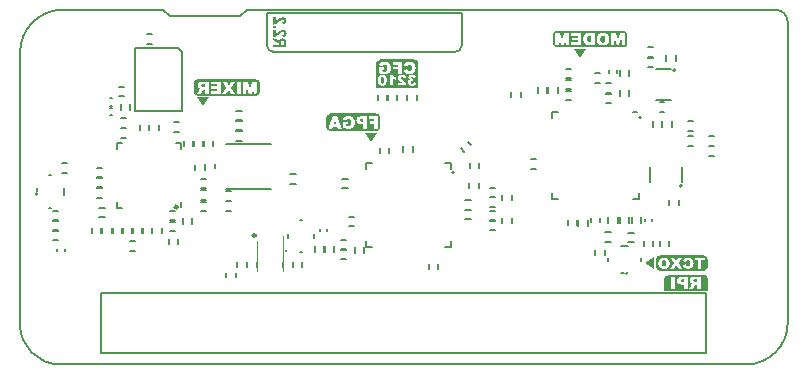
<source format=gbo>
G04*
G04 #@! TF.GenerationSoftware,Altium Limited,CircuitStudio,1.5.2 (30)*
G04*
G04 Layer_Color=52428*
%FSLAX25Y25*%
%MOIN*%
G70*
G01*
G75*
%ADD50C,0.00800*%
%ADD51C,0.00600*%
%ADD53C,0.00500*%
%ADD97C,0.00787*%
%ADD160C,0.00984*%
%ADD161C,0.00984*%
%ADD162C,0.00394*%
G36*
X1263276Y724381D02*
X1249976D01*
Y728881D01*
X1263276D01*
Y724381D01*
D02*
G37*
G36*
X1122432Y815147D02*
X1122588Y815115D01*
X1122730Y815070D01*
X1122853Y815018D01*
X1122957Y814959D01*
X1123003Y814933D01*
X1123035Y814914D01*
X1123061Y814895D01*
X1123080Y814882D01*
X1123093Y814875D01*
X1123100Y814869D01*
X1123164Y814810D01*
X1123223Y814752D01*
X1123268Y814687D01*
X1123314Y814616D01*
X1123352Y814545D01*
X1123378Y814473D01*
X1123424Y814337D01*
X1123450Y814208D01*
X1123456Y814156D01*
X1123463Y814104D01*
X1123469Y814065D01*
Y814039D01*
Y814020D01*
Y814013D01*
X1123463Y813923D01*
X1123456Y813832D01*
X1123417Y813670D01*
X1123372Y813527D01*
X1123314Y813411D01*
X1123255Y813313D01*
X1123223Y813281D01*
X1123203Y813249D01*
X1123184Y813223D01*
X1123164Y813203D01*
X1123158Y813197D01*
X1123151Y813190D01*
X1123087Y813132D01*
X1123022Y813087D01*
X1122866Y813002D01*
X1122704Y812938D01*
X1122549Y812892D01*
X1122471Y812873D01*
X1122400Y812853D01*
X1122335Y812847D01*
X1122283Y812834D01*
X1122238Y812827D01*
X1122205D01*
X1122180Y812821D01*
X1122173D01*
X1122082Y813508D01*
X1122205Y813521D01*
X1122309Y813540D01*
X1122400Y813566D01*
X1122478Y813599D01*
X1122549Y813638D01*
X1122601Y813676D01*
X1122646Y813722D01*
X1122685Y813767D01*
X1122711Y813812D01*
X1122730Y813851D01*
X1122756Y813929D01*
X1122763Y813955D01*
X1122769Y813981D01*
Y813994D01*
Y814000D01*
X1122763Y814072D01*
X1122743Y814143D01*
X1122724Y814201D01*
X1122698Y814247D01*
X1122666Y814285D01*
X1122646Y814311D01*
X1122627Y814331D01*
X1122620Y814337D01*
X1122562Y814383D01*
X1122491Y814415D01*
X1122419Y814435D01*
X1122348Y814454D01*
X1122283Y814460D01*
X1122231Y814467D01*
X1122186D01*
X1122089Y814460D01*
X1121992Y814441D01*
X1121901Y814415D01*
X1121823Y814389D01*
X1121752Y814363D01*
X1121700Y814337D01*
X1121668Y814318D01*
X1121655Y814311D01*
X1121616Y814285D01*
X1121570Y814253D01*
X1121467Y814175D01*
X1121357Y814085D01*
X1121240Y813987D01*
X1121130Y813897D01*
X1121078Y813858D01*
X1121039Y813819D01*
X1121007Y813793D01*
X1120981Y813767D01*
X1120961Y813754D01*
X1120955Y813748D01*
X1120838Y813644D01*
X1120722Y813553D01*
X1120618Y813463D01*
X1120521Y813385D01*
X1120423Y813313D01*
X1120339Y813255D01*
X1120261Y813197D01*
X1120190Y813151D01*
X1120125Y813106D01*
X1120074Y813067D01*
X1120022Y813041D01*
X1119983Y813015D01*
X1119950Y812996D01*
X1119931Y812990D01*
X1119918Y812976D01*
X1119911D01*
X1119763Y812912D01*
X1119613Y812860D01*
X1119471Y812815D01*
X1119348Y812789D01*
X1119238Y812769D01*
X1119192Y812756D01*
X1119153Y812750D01*
X1119121D01*
X1119095Y812743D01*
X1119076D01*
Y815160D01*
X1119853D01*
Y813787D01*
X1119937Y813832D01*
X1120009Y813877D01*
X1120035Y813897D01*
X1120061Y813916D01*
X1120074Y813923D01*
X1120080Y813929D01*
X1120138Y813974D01*
X1120210Y814033D01*
X1120287Y814104D01*
X1120372Y814175D01*
X1120449Y814240D01*
X1120514Y814298D01*
X1120540Y814318D01*
X1120560Y814337D01*
X1120566Y814344D01*
X1120572Y814350D01*
X1120715Y814473D01*
X1120845Y814577D01*
X1120955Y814668D01*
X1121052Y814739D01*
X1121123Y814791D01*
X1121182Y814830D01*
X1121214Y814849D01*
X1121227Y814856D01*
X1121324Y814908D01*
X1121415Y814959D01*
X1121499Y814998D01*
X1121577Y815031D01*
X1121642Y815050D01*
X1121687Y815070D01*
X1121719Y815082D01*
X1121732D01*
X1121830Y815108D01*
X1121920Y815128D01*
X1122011Y815141D01*
X1122089Y815154D01*
X1122160D01*
X1122212Y815160D01*
X1122348D01*
X1122432Y815147D01*
D02*
G37*
G36*
X1119918Y811583D02*
X1119076D01*
Y812270D01*
X1119918D01*
Y811583D01*
D02*
G37*
G36*
X1166876Y796170D02*
Y792381D01*
X1153876D01*
Y796170D01*
X1153776D01*
Y800481D01*
X1166876D01*
Y796170D01*
D02*
G37*
G36*
X1154176Y777781D02*
X1137176D01*
Y782581D01*
X1154176D01*
Y777781D01*
D02*
G37*
G36*
X1236576Y805581D02*
X1212776D01*
Y810381D01*
X1236576D01*
Y805581D01*
D02*
G37*
G36*
X1263276Y731081D02*
X1247076D01*
Y735481D01*
X1263276D01*
Y731081D01*
D02*
G37*
G36*
X1151776Y773581D02*
X1149776Y776581D01*
X1153776D01*
X1151776Y773581D01*
D02*
G37*
G36*
X1246076Y731181D02*
X1243076Y733181D01*
X1246076Y735181D01*
Y731181D01*
D02*
G37*
G36*
X1221376Y801481D02*
X1219376Y804481D01*
X1223376D01*
X1221376Y801481D01*
D02*
G37*
G36*
X1095476Y785481D02*
X1093476Y788481D01*
X1097476D01*
X1095476Y785481D01*
D02*
G37*
G36*
X1119925Y807967D02*
X1120015Y807922D01*
X1120106Y807877D01*
X1120184Y807831D01*
X1120255Y807792D01*
X1120320Y807754D01*
X1120378Y807721D01*
X1120475Y807663D01*
X1120547Y807618D01*
X1120598Y807579D01*
X1120631Y807559D01*
X1120637Y807553D01*
X1120708Y807494D01*
X1120780Y807430D01*
X1120845Y807365D01*
X1120897Y807306D01*
X1120942Y807255D01*
X1120974Y807209D01*
X1121000Y807183D01*
X1121007Y807170D01*
X1121045Y807332D01*
X1121097Y807469D01*
X1121162Y807592D01*
X1121233Y807689D01*
X1121292Y807767D01*
X1121344Y807825D01*
X1121383Y807857D01*
X1121389Y807870D01*
X1121395D01*
X1121525Y807955D01*
X1121661Y808019D01*
X1121797Y808065D01*
X1121927Y808091D01*
X1122043Y808110D01*
X1122095Y808117D01*
X1122141D01*
X1122173Y808123D01*
X1122225D01*
X1122374Y808117D01*
X1122503Y808097D01*
X1122627Y808071D01*
X1122730Y808045D01*
X1122808Y808013D01*
X1122873Y807987D01*
X1122912Y807967D01*
X1122925Y807961D01*
X1123028Y807896D01*
X1123113Y807825D01*
X1123184Y807760D01*
X1123236Y807695D01*
X1123281Y807637D01*
X1123314Y807592D01*
X1123326Y807559D01*
X1123333Y807546D01*
X1123352Y807494D01*
X1123372Y807436D01*
X1123404Y807306D01*
X1123424Y807170D01*
X1123443Y807034D01*
X1123450Y806911D01*
Y806853D01*
X1123456Y806808D01*
Y806769D01*
Y806736D01*
Y806717D01*
Y806710D01*
Y805181D01*
X1119076D01*
Y805907D01*
X1120903D01*
Y806049D01*
Y806140D01*
X1120897Y806211D01*
X1120890Y806276D01*
X1120877Y806328D01*
X1120871Y806367D01*
X1120858Y806393D01*
X1120851Y806406D01*
Y806412D01*
X1120832Y806458D01*
X1120799Y806497D01*
X1120741Y806561D01*
X1120715Y806587D01*
X1120689Y806607D01*
X1120676Y806620D01*
X1120670Y806626D01*
X1120644Y806646D01*
X1120605Y806672D01*
X1120566Y806704D01*
X1120521Y806730D01*
X1120411Y806795D01*
X1120300Y806859D01*
X1120197Y806918D01*
X1120151Y806944D01*
X1120112Y806970D01*
X1120080Y806989D01*
X1120054Y807002D01*
X1120035Y807015D01*
X1120028D01*
X1119076Y807533D01*
Y808408D01*
X1119925Y807967D01*
D02*
G37*
G36*
X1113976Y789381D02*
X1093176D01*
Y793881D01*
X1113976D01*
Y789381D01*
D02*
G37*
G36*
X1122432Y810961D02*
X1122588Y810929D01*
X1122730Y810884D01*
X1122853Y810832D01*
X1122957Y810773D01*
X1123003Y810747D01*
X1123035Y810728D01*
X1123061Y810709D01*
X1123080Y810696D01*
X1123093Y810689D01*
X1123100Y810683D01*
X1123164Y810624D01*
X1123223Y810566D01*
X1123268Y810501D01*
X1123314Y810430D01*
X1123352Y810359D01*
X1123378Y810287D01*
X1123424Y810151D01*
X1123450Y810022D01*
X1123456Y809970D01*
X1123463Y809918D01*
X1123469Y809879D01*
Y809853D01*
Y809834D01*
Y809827D01*
X1123463Y809737D01*
X1123456Y809646D01*
X1123417Y809484D01*
X1123372Y809341D01*
X1123314Y809225D01*
X1123255Y809127D01*
X1123223Y809095D01*
X1123203Y809063D01*
X1123184Y809037D01*
X1123164Y809017D01*
X1123158Y809011D01*
X1123151Y809004D01*
X1123087Y808946D01*
X1123022Y808901D01*
X1122866Y808816D01*
X1122704Y808752D01*
X1122549Y808706D01*
X1122471Y808687D01*
X1122400Y808667D01*
X1122335Y808661D01*
X1122283Y808648D01*
X1122238Y808641D01*
X1122205D01*
X1122180Y808635D01*
X1122173D01*
X1122082Y809322D01*
X1122205Y809335D01*
X1122309Y809354D01*
X1122400Y809380D01*
X1122478Y809412D01*
X1122549Y809451D01*
X1122601Y809490D01*
X1122646Y809536D01*
X1122685Y809581D01*
X1122711Y809626D01*
X1122730Y809665D01*
X1122756Y809743D01*
X1122763Y809769D01*
X1122769Y809795D01*
Y809808D01*
Y809814D01*
X1122763Y809886D01*
X1122743Y809957D01*
X1122724Y810015D01*
X1122698Y810061D01*
X1122666Y810099D01*
X1122646Y810125D01*
X1122627Y810145D01*
X1122620Y810151D01*
X1122562Y810197D01*
X1122491Y810229D01*
X1122419Y810248D01*
X1122348Y810268D01*
X1122283Y810274D01*
X1122231Y810281D01*
X1122186D01*
X1122089Y810274D01*
X1121992Y810255D01*
X1121901Y810229D01*
X1121823Y810203D01*
X1121752Y810177D01*
X1121700Y810151D01*
X1121668Y810132D01*
X1121655Y810125D01*
X1121616Y810099D01*
X1121570Y810067D01*
X1121467Y809989D01*
X1121357Y809898D01*
X1121240Y809801D01*
X1121130Y809711D01*
X1121078Y809672D01*
X1121039Y809633D01*
X1121007Y809607D01*
X1120981Y809581D01*
X1120961Y809568D01*
X1120955Y809562D01*
X1120838Y809458D01*
X1120722Y809367D01*
X1120618Y809276D01*
X1120521Y809199D01*
X1120423Y809127D01*
X1120339Y809069D01*
X1120261Y809011D01*
X1120190Y808965D01*
X1120125Y808920D01*
X1120074Y808881D01*
X1120022Y808855D01*
X1119983Y808829D01*
X1119950Y808810D01*
X1119931Y808803D01*
X1119918Y808790D01*
X1119911D01*
X1119763Y808726D01*
X1119613Y808674D01*
X1119471Y808628D01*
X1119348Y808603D01*
X1119238Y808583D01*
X1119192Y808570D01*
X1119153Y808564D01*
X1119121D01*
X1119095Y808557D01*
X1119076D01*
Y810974D01*
X1119853D01*
Y809601D01*
X1119937Y809646D01*
X1120009Y809691D01*
X1120035Y809711D01*
X1120061Y809730D01*
X1120074Y809737D01*
X1120080Y809743D01*
X1120138Y809788D01*
X1120210Y809847D01*
X1120287Y809918D01*
X1120372Y809989D01*
X1120449Y810054D01*
X1120514Y810112D01*
X1120540Y810132D01*
X1120560Y810151D01*
X1120566Y810158D01*
X1120572Y810164D01*
X1120715Y810287D01*
X1120845Y810391D01*
X1120955Y810482D01*
X1121052Y810553D01*
X1121123Y810605D01*
X1121182Y810644D01*
X1121214Y810663D01*
X1121227Y810670D01*
X1121324Y810721D01*
X1121415Y810773D01*
X1121499Y810812D01*
X1121577Y810845D01*
X1121642Y810864D01*
X1121687Y810884D01*
X1121719Y810896D01*
X1121732D01*
X1121830Y810922D01*
X1121920Y810942D01*
X1122011Y810955D01*
X1122089Y810968D01*
X1122160D01*
X1122212Y810974D01*
X1122348D01*
X1122432Y810961D01*
D02*
G37*
%LPC*%
G36*
X1236246Y809942D02*
X1234595D01*
X1233966Y807471D01*
X1233330Y809942D01*
X1231680D01*
Y805887D01*
X1232708D01*
Y808980D01*
X1233500Y805887D01*
X1234433D01*
X1235217Y808980D01*
Y805887D01*
X1236246D01*
Y809942D01*
D02*
G37*
G36*
X1217671D02*
X1216021D01*
X1215392Y807471D01*
X1214756Y809942D01*
X1213106D01*
Y805887D01*
X1214134D01*
Y808980D01*
X1214926Y805887D01*
X1215858D01*
X1216643Y808980D01*
Y805887D01*
X1217671D01*
Y809942D01*
D02*
G37*
G36*
X1228942Y810009D02*
X1228846D01*
X1228779Y810001D01*
X1228690Y809994D01*
X1228594Y809979D01*
X1228483Y809964D01*
X1228372Y809942D01*
X1228246Y809912D01*
X1228120Y809875D01*
X1227987Y809831D01*
X1227861Y809779D01*
X1227736Y809713D01*
X1227610Y809639D01*
X1227499Y809557D01*
X1227388Y809461D01*
X1227380Y809454D01*
X1227365Y809439D01*
X1227336Y809402D01*
X1227299Y809365D01*
X1227262Y809306D01*
X1227210Y809239D01*
X1227158Y809158D01*
X1227106Y809069D01*
X1227055Y808965D01*
X1227010Y808854D01*
X1226958Y808729D01*
X1226921Y808595D01*
X1226884Y808447D01*
X1226855Y808292D01*
X1226840Y808122D01*
X1226833Y807944D01*
Y807937D01*
Y807915D01*
Y807878D01*
Y807826D01*
X1226840Y807767D01*
X1226847Y807693D01*
X1226855Y807619D01*
X1226862Y807530D01*
X1226892Y807345D01*
X1226936Y807152D01*
X1226995Y806960D01*
X1227077Y806775D01*
Y806767D01*
X1227084Y806753D01*
X1227099Y806730D01*
X1227121Y806701D01*
X1227173Y806619D01*
X1227254Y806516D01*
X1227351Y806405D01*
X1227469Y806287D01*
X1227602Y806176D01*
X1227765Y806072D01*
X1227773D01*
X1227787Y806065D01*
X1227810Y806050D01*
X1227847Y806035D01*
X1227891Y806013D01*
X1227943Y805991D01*
X1228002Y805968D01*
X1228076Y805946D01*
X1228157Y805924D01*
X1228239Y805902D01*
X1228431Y805857D01*
X1228653Y805828D01*
X1228897Y805820D01*
X1229008D01*
X1229068Y805828D01*
X1229134Y805835D01*
X1229208D01*
X1229297Y805850D01*
X1229475Y805872D01*
X1229659Y805909D01*
X1229852Y805961D01*
X1230029Y806035D01*
X1230037D01*
X1230052Y806042D01*
X1230074Y806057D01*
X1230103Y806079D01*
X1230185Y806131D01*
X1230289Y806205D01*
X1230407Y806294D01*
X1230525Y806420D01*
X1230651Y806560D01*
X1230762Y806723D01*
Y806730D01*
X1230777Y806745D01*
X1230784Y806775D01*
X1230807Y806812D01*
X1230829Y806856D01*
X1230851Y806908D01*
X1230873Y806975D01*
X1230895Y807049D01*
X1230925Y807130D01*
X1230947Y807219D01*
X1230969Y807315D01*
X1230991Y807426D01*
X1231021Y807656D01*
X1231036Y807907D01*
Y807922D01*
Y807952D01*
X1231028Y808003D01*
Y808070D01*
X1231021Y808151D01*
X1231006Y808247D01*
X1230991Y808358D01*
X1230969Y808469D01*
X1230940Y808595D01*
X1230903Y808721D01*
X1230858Y808847D01*
X1230807Y808980D01*
X1230740Y809106D01*
X1230666Y809232D01*
X1230585Y809343D01*
X1230488Y809454D01*
X1230481Y809461D01*
X1230459Y809476D01*
X1230429Y809505D01*
X1230385Y809542D01*
X1230326Y809579D01*
X1230259Y809631D01*
X1230177Y809683D01*
X1230089Y809735D01*
X1229985Y809787D01*
X1229867Y809831D01*
X1229741Y809883D01*
X1229600Y809920D01*
X1229452Y809957D01*
X1229290Y809986D01*
X1229119Y810001D01*
X1228942Y810009D01*
D02*
G37*
G36*
X1226145Y809942D02*
X1224198D01*
X1224146Y809935D01*
X1224095D01*
X1223969Y809920D01*
X1223821Y809905D01*
X1223673Y809875D01*
X1223525Y809838D01*
X1223392Y809787D01*
X1223384D01*
X1223377Y809779D01*
X1223333Y809757D01*
X1223273Y809727D01*
X1223192Y809676D01*
X1223103Y809616D01*
X1223007Y809542D01*
X1222918Y809454D01*
X1222829Y809357D01*
X1222822Y809343D01*
X1222792Y809306D01*
X1222755Y809254D01*
X1222703Y809173D01*
X1222652Y809076D01*
X1222600Y808965D01*
X1222556Y808840D01*
X1222511Y808706D01*
Y808699D01*
X1222504Y808692D01*
Y808669D01*
X1222496Y808640D01*
X1222482Y808566D01*
X1222459Y808469D01*
X1222437Y808351D01*
X1222422Y808218D01*
X1222415Y808077D01*
X1222408Y807922D01*
Y807915D01*
Y807892D01*
Y807863D01*
Y807818D01*
X1222415Y807759D01*
Y807700D01*
X1222430Y807552D01*
X1222445Y807397D01*
X1222474Y807226D01*
X1222511Y807063D01*
X1222563Y806915D01*
Y806908D01*
X1222570Y806901D01*
X1222593Y806856D01*
X1222622Y806790D01*
X1222666Y806708D01*
X1222726Y806612D01*
X1222800Y806516D01*
X1222881Y806412D01*
X1222977Y806316D01*
X1222992Y806309D01*
X1223022Y806279D01*
X1223073Y806235D01*
X1223140Y806183D01*
X1223229Y806131D01*
X1223318Y806079D01*
X1223421Y806028D01*
X1223532Y805991D01*
X1223540D01*
X1223547Y805983D01*
X1223569D01*
X1223599Y805976D01*
X1223680Y805961D01*
X1223784Y805939D01*
X1223895Y805917D01*
X1224028Y805902D01*
X1224154Y805894D01*
X1224287Y805887D01*
X1226145D01*
Y809942D01*
D02*
G37*
G36*
X1221749D02*
X1218389D01*
Y809076D01*
X1220491D01*
Y808432D01*
X1218545D01*
Y807604D01*
X1220491D01*
Y806804D01*
X1218330D01*
Y805887D01*
X1221749D01*
Y809942D01*
D02*
G37*
G36*
X1257136Y728659D02*
X1254990D01*
X1254946Y728651D01*
X1254887D01*
X1254820Y728644D01*
X1254672Y728622D01*
X1254509Y728577D01*
X1254339Y728518D01*
X1254176Y728444D01*
X1254102Y728392D01*
X1254036Y728333D01*
X1254028D01*
X1254021Y728318D01*
X1254006Y728296D01*
X1253984Y728274D01*
X1253925Y728200D01*
X1253865Y728096D01*
X1253806Y727963D01*
X1253747Y727808D01*
X1253710Y727623D01*
X1253695Y727527D01*
Y727416D01*
Y727408D01*
Y727386D01*
Y727356D01*
X1253703Y727312D01*
Y727260D01*
X1253717Y727201D01*
X1253740Y727068D01*
X1253784Y726912D01*
X1253851Y726750D01*
X1253895Y726668D01*
X1253939Y726594D01*
X1253999Y726520D01*
X1254065Y726453D01*
X1254073D01*
X1254080Y726439D01*
X1254102Y726424D01*
X1254132Y726402D01*
X1254176Y726372D01*
X1254221Y726342D01*
X1254280Y726313D01*
X1254346Y726283D01*
X1254420Y726254D01*
X1254502Y726224D01*
X1254598Y726194D01*
X1254702Y726165D01*
X1254813Y726143D01*
X1254931Y726128D01*
X1255057Y726121D01*
X1255197Y726113D01*
X1255878D01*
Y724604D01*
X1257136D01*
Y728659D01*
D02*
G37*
G36*
X1261524D02*
X1259290D01*
X1259238Y728651D01*
X1259105Y728644D01*
X1258964Y728637D01*
X1258816Y728614D01*
X1258675Y728592D01*
X1258550Y728555D01*
X1258535Y728548D01*
X1258498Y728533D01*
X1258439Y728511D01*
X1258372Y728474D01*
X1258291Y728422D01*
X1258209Y728355D01*
X1258128Y728281D01*
X1258054Y728185D01*
X1258046Y728170D01*
X1258024Y728141D01*
X1257995Y728082D01*
X1257958Y728000D01*
X1257921Y727904D01*
X1257891Y727793D01*
X1257869Y727667D01*
X1257861Y727527D01*
Y727512D01*
Y727467D01*
X1257869Y727408D01*
X1257876Y727327D01*
X1257898Y727238D01*
X1257921Y727142D01*
X1257958Y727038D01*
X1258009Y726942D01*
X1258017Y726934D01*
X1258032Y726905D01*
X1258069Y726861D01*
X1258113Y726801D01*
X1258172Y726742D01*
X1258239Y726676D01*
X1258320Y726609D01*
X1258409Y726550D01*
X1258416Y726542D01*
X1258439Y726535D01*
X1258476Y726513D01*
X1258520Y726490D01*
X1258587Y726468D01*
X1258661Y726439D01*
X1258749Y726416D01*
X1258846Y726387D01*
X1258838D01*
X1258809Y726372D01*
X1258772Y726357D01*
X1258720Y726342D01*
X1258616Y726291D01*
X1258564Y726268D01*
X1258520Y726239D01*
X1258505Y726231D01*
X1258490Y726217D01*
X1258468Y726194D01*
X1258439Y726165D01*
X1258409Y726128D01*
X1258365Y726084D01*
X1258320Y726024D01*
X1258313Y726017D01*
X1258298Y725995D01*
X1258276Y725965D01*
X1258246Y725936D01*
X1258187Y725847D01*
X1258165Y725810D01*
X1258143Y725773D01*
X1257528Y724604D01*
X1258949D01*
X1259623Y725839D01*
X1259630Y725847D01*
X1259645Y725876D01*
X1259667Y725921D01*
X1259697Y725965D01*
X1259771Y726069D01*
X1259815Y726113D01*
X1259852Y726150D01*
X1259859Y726158D01*
X1259874Y726165D01*
X1259904Y726180D01*
X1259941Y726202D01*
X1259985Y726217D01*
X1260037Y726231D01*
X1260096Y726239D01*
X1260163Y726246D01*
X1260266D01*
Y724604D01*
X1261524D01*
Y728659D01*
D02*
G37*
G36*
X1122199Y807371D02*
X1122167D01*
X1122089Y807365D01*
X1122024Y807358D01*
X1121959Y807345D01*
X1121914Y807332D01*
X1121869Y807313D01*
X1121842Y807300D01*
X1121823Y807294D01*
X1121817Y807287D01*
X1121771Y807255D01*
X1121732Y807216D01*
X1121706Y807183D01*
X1121681Y807145D01*
X1121661Y807112D01*
X1121648Y807093D01*
X1121642Y807073D01*
Y807067D01*
X1121635Y807034D01*
X1121629Y807002D01*
X1121622Y806911D01*
X1121609Y806808D01*
Y806704D01*
X1121603Y806600D01*
Y806555D01*
Y806516D01*
Y806484D01*
Y806458D01*
Y806445D01*
Y806438D01*
Y805907D01*
X1122717D01*
Y806471D01*
Y806555D01*
Y806633D01*
X1122711Y806704D01*
Y806769D01*
Y806820D01*
X1122704Y806872D01*
Y806911D01*
X1122698Y806950D01*
X1122691Y807002D01*
X1122685Y807034D01*
X1122678Y807054D01*
Y807060D01*
X1122659Y807112D01*
X1122633Y807158D01*
X1122601Y807196D01*
X1122575Y807229D01*
X1122549Y807255D01*
X1122523Y807274D01*
X1122510Y807281D01*
X1122503Y807287D01*
X1122452Y807313D01*
X1122400Y807339D01*
X1122290Y807358D01*
X1122238Y807365D01*
X1122199Y807371D01*
D02*
G37*
G36*
X1252985Y728659D02*
X1251727D01*
Y724604D01*
X1252985D01*
Y728659D01*
D02*
G37*
G36*
X1257283Y735106D02*
X1257217D01*
X1257170Y735099D01*
X1257110D01*
X1257044Y735093D01*
X1256971Y735086D01*
X1256890Y735073D01*
X1256711Y735039D01*
X1256531Y734986D01*
X1256358Y734919D01*
X1256278Y734873D01*
X1256198Y734826D01*
X1256191D01*
X1256178Y734813D01*
X1256158Y734800D01*
X1256131Y734773D01*
X1256098Y734746D01*
X1256058Y734706D01*
X1256018Y734666D01*
X1255972Y734613D01*
X1255925Y734560D01*
X1255878Y734493D01*
X1255825Y734427D01*
X1255778Y734347D01*
X1255732Y734260D01*
X1255685Y734173D01*
X1255645Y734074D01*
X1255605Y733967D01*
X1256604Y733747D01*
Y733754D01*
X1256611Y733774D01*
X1256624Y733807D01*
X1256637Y733841D01*
X1256677Y733920D01*
X1256697Y733954D01*
X1256717Y733987D01*
X1256724Y733994D01*
X1256731Y734007D01*
X1256757Y734034D01*
X1256784Y734060D01*
X1256857Y734127D01*
X1256950Y734187D01*
X1256957Y734194D01*
X1256971Y734200D01*
X1257004Y734213D01*
X1257037Y734227D01*
X1257084Y734240D01*
X1257137Y734247D01*
X1257197Y734260D01*
X1257297D01*
X1257317Y734253D01*
X1257390Y734247D01*
X1257477Y734220D01*
X1257570Y734187D01*
X1257670Y734127D01*
X1257763Y734054D01*
X1257803Y734000D01*
X1257843Y733947D01*
X1257850Y733934D01*
X1257870Y733907D01*
X1257889Y733847D01*
X1257916Y733774D01*
X1257950Y733674D01*
X1257969Y733554D01*
X1257989Y733408D01*
X1257996Y733235D01*
Y733228D01*
Y733208D01*
Y733175D01*
Y733135D01*
X1257989Y733088D01*
Y733028D01*
X1257976Y732901D01*
X1257950Y732768D01*
X1257923Y732628D01*
X1257876Y732502D01*
X1257850Y732449D01*
X1257816Y732402D01*
X1257810Y732395D01*
X1257783Y732369D01*
X1257736Y732335D01*
X1257683Y732295D01*
X1257610Y732249D01*
X1257517Y732215D01*
X1257417Y732189D01*
X1257297Y732182D01*
X1257244D01*
X1257184Y732189D01*
X1257110Y732202D01*
X1257030Y732229D01*
X1256950Y732256D01*
X1256871Y732302D01*
X1256804Y732362D01*
X1256797Y732369D01*
X1256777Y732395D01*
X1256744Y732435D01*
X1256711Y732495D01*
X1256671Y732569D01*
X1256631Y732662D01*
X1256591Y732768D01*
X1256557Y732895D01*
X1255572Y732588D01*
Y732582D01*
X1255579Y732569D01*
X1255585Y732549D01*
X1255592Y732522D01*
X1255612Y732442D01*
X1255652Y732349D01*
X1255692Y732235D01*
X1255752Y732122D01*
X1255812Y732009D01*
X1255892Y731896D01*
X1255898Y731882D01*
X1255931Y731849D01*
X1255978Y731803D01*
X1256038Y731736D01*
X1256118Y731669D01*
X1256205Y731603D01*
X1256311Y731536D01*
X1256424Y731476D01*
X1256431D01*
X1256438Y731470D01*
X1256458Y731463D01*
X1256478Y731456D01*
X1256551Y731430D01*
X1256644Y731410D01*
X1256757Y731383D01*
X1256897Y731356D01*
X1257057Y731343D01*
X1257230Y731336D01*
X1257330D01*
X1257383Y731343D01*
X1257437D01*
X1257503Y731350D01*
X1257576Y731356D01*
X1257730Y731376D01*
X1257896Y731410D01*
X1258056Y731450D01*
X1258209Y731503D01*
X1258216D01*
X1258222Y731509D01*
X1258243Y731523D01*
X1258269Y731536D01*
X1258342Y731583D01*
X1258429Y731643D01*
X1258529Y731729D01*
X1258642Y731829D01*
X1258749Y731956D01*
X1258855Y732109D01*
Y732116D01*
X1258869Y732129D01*
X1258882Y732156D01*
X1258895Y732189D01*
X1258915Y732229D01*
X1258942Y732282D01*
X1258969Y732342D01*
X1258988Y732415D01*
X1259015Y732489D01*
X1259042Y732575D01*
X1259062Y732668D01*
X1259088Y732768D01*
X1259102Y732875D01*
X1259115Y732988D01*
X1259128Y733228D01*
Y733241D01*
Y733268D01*
X1259122Y733314D01*
Y733374D01*
X1259115Y733454D01*
X1259102Y733541D01*
X1259088Y733634D01*
X1259068Y733741D01*
X1259042Y733854D01*
X1259008Y733967D01*
X1258975Y734080D01*
X1258928Y734200D01*
X1258869Y734313D01*
X1258809Y734420D01*
X1258735Y734526D01*
X1258649Y734620D01*
X1258642Y734626D01*
X1258629Y734640D01*
X1258595Y734666D01*
X1258562Y734693D01*
X1258509Y734733D01*
X1258449Y734773D01*
X1258382Y734820D01*
X1258296Y734866D01*
X1258209Y734906D01*
X1258103Y734953D01*
X1257989Y734993D01*
X1257870Y735033D01*
X1257736Y735059D01*
X1257596Y735086D01*
X1257443Y735099D01*
X1257283Y735106D01*
D02*
G37*
G36*
X1255279Y735046D02*
X1254033D01*
X1253394Y733920D01*
X1252761Y735046D01*
X1251529D01*
X1252668Y733274D01*
X1251423Y731396D01*
X1252688D01*
X1253414Y732569D01*
X1254133Y731396D01*
X1255392D01*
X1254133Y733294D01*
X1255279Y735046D01*
D02*
G37*
G36*
X1249312Y735106D02*
X1249225D01*
X1249165Y735099D01*
X1249085Y735093D01*
X1248998Y735079D01*
X1248899Y735066D01*
X1248799Y735046D01*
X1248685Y735019D01*
X1248572Y734986D01*
X1248452Y734946D01*
X1248339Y734900D01*
X1248226Y734839D01*
X1248113Y734773D01*
X1248013Y734700D01*
X1247913Y734613D01*
X1247906Y734606D01*
X1247893Y734593D01*
X1247866Y734560D01*
X1247833Y734526D01*
X1247800Y734473D01*
X1247753Y734413D01*
X1247706Y734340D01*
X1247660Y734260D01*
X1247613Y734167D01*
X1247573Y734067D01*
X1247527Y733954D01*
X1247493Y733834D01*
X1247460Y733701D01*
X1247433Y733561D01*
X1247420Y733408D01*
X1247413Y733248D01*
Y733241D01*
Y733221D01*
Y733188D01*
Y733141D01*
X1247420Y733088D01*
X1247427Y733021D01*
X1247433Y732955D01*
X1247440Y732875D01*
X1247467Y732708D01*
X1247507Y732535D01*
X1247560Y732362D01*
X1247633Y732196D01*
Y732189D01*
X1247640Y732175D01*
X1247653Y732156D01*
X1247673Y732129D01*
X1247720Y732056D01*
X1247793Y731962D01*
X1247880Y731862D01*
X1247986Y731756D01*
X1248106Y731656D01*
X1248252Y731563D01*
X1248259D01*
X1248273Y731556D01*
X1248293Y731543D01*
X1248326Y731530D01*
X1248366Y731509D01*
X1248412Y731490D01*
X1248466Y731470D01*
X1248532Y731450D01*
X1248606Y731430D01*
X1248679Y731410D01*
X1248852Y731370D01*
X1249052Y731343D01*
X1249271Y731336D01*
X1249371D01*
X1249425Y731343D01*
X1249485Y731350D01*
X1249551D01*
X1249631Y731363D01*
X1249791Y731383D01*
X1249957Y731416D01*
X1250131Y731463D01*
X1250290Y731530D01*
X1250297D01*
X1250311Y731536D01*
X1250330Y731550D01*
X1250357Y731569D01*
X1250430Y731616D01*
X1250524Y731683D01*
X1250630Y731763D01*
X1250737Y731876D01*
X1250850Y732002D01*
X1250950Y732149D01*
Y732156D01*
X1250963Y732169D01*
X1250970Y732196D01*
X1250990Y732229D01*
X1251010Y732269D01*
X1251030Y732315D01*
X1251050Y732375D01*
X1251070Y732442D01*
X1251096Y732515D01*
X1251116Y732595D01*
X1251136Y732682D01*
X1251156Y732782D01*
X1251183Y732988D01*
X1251196Y733215D01*
Y733228D01*
Y733254D01*
X1251190Y733301D01*
Y733361D01*
X1251183Y733434D01*
X1251170Y733521D01*
X1251156Y733621D01*
X1251136Y733721D01*
X1251110Y733834D01*
X1251076Y733947D01*
X1251036Y734060D01*
X1250990Y734180D01*
X1250930Y734293D01*
X1250863Y734407D01*
X1250790Y734507D01*
X1250703Y734606D01*
X1250697Y734613D01*
X1250677Y734626D01*
X1250650Y734653D01*
X1250610Y734686D01*
X1250557Y734720D01*
X1250497Y734766D01*
X1250424Y734813D01*
X1250344Y734860D01*
X1250251Y734906D01*
X1250144Y734946D01*
X1250031Y734993D01*
X1249904Y735026D01*
X1249771Y735059D01*
X1249625Y735086D01*
X1249471Y735099D01*
X1249312Y735106D01*
D02*
G37*
G36*
X1262938Y735046D02*
X1259508D01*
Y734147D01*
X1260660D01*
Y731396D01*
X1261786D01*
Y734147D01*
X1262938D01*
Y735046D01*
D02*
G37*
G36*
X1155373Y796057D02*
X1155315D01*
X1155250Y796050D01*
X1155166Y796044D01*
X1155075Y796037D01*
X1154978Y796018D01*
X1154881Y795998D01*
X1154790Y795966D01*
X1154777Y795959D01*
X1154751Y795953D01*
X1154706Y795927D01*
X1154654Y795901D01*
X1154595Y795869D01*
X1154531Y795830D01*
X1154472Y795785D01*
X1154414Y795733D01*
X1154408Y795726D01*
X1154388Y795707D01*
X1154362Y795681D01*
X1154330Y795642D01*
X1154291Y795603D01*
X1154252Y795551D01*
X1154181Y795435D01*
X1154174Y795428D01*
X1154168Y795409D01*
X1154148Y795376D01*
X1154129Y795331D01*
X1154109Y795279D01*
X1154090Y795214D01*
X1154064Y795149D01*
X1154045Y795072D01*
Y795065D01*
X1154038Y795052D01*
X1154032Y795033D01*
X1154025Y795000D01*
X1154019Y794968D01*
X1154012Y794923D01*
X1153993Y794819D01*
X1153973Y794696D01*
X1153954Y794560D01*
X1153947Y794404D01*
X1153941Y794249D01*
Y794236D01*
Y794203D01*
Y794158D01*
X1153947Y794093D01*
X1153954Y794009D01*
X1153960Y793918D01*
X1153967Y793821D01*
X1153980Y793711D01*
X1154019Y793478D01*
X1154077Y793244D01*
X1154116Y793134D01*
X1154161Y793024D01*
X1154213Y792927D01*
X1154271Y792836D01*
X1154278Y792830D01*
X1154284Y792817D01*
X1154304Y792797D01*
X1154336Y792765D01*
X1154375Y792732D01*
X1154420Y792694D01*
X1154472Y792655D01*
X1154537Y792616D01*
X1154608Y792570D01*
X1154693Y792531D01*
X1154783Y792493D01*
X1154887Y792460D01*
X1154997Y792428D01*
X1155120Y792408D01*
X1155256Y792395D01*
X1155399Y792389D01*
X1155477D01*
X1155516Y792395D01*
X1155554D01*
X1155658Y792408D01*
X1155775Y792421D01*
X1155898Y792447D01*
X1156021Y792486D01*
X1156131Y792531D01*
X1156144Y792538D01*
X1156176Y792557D01*
X1156228Y792590D01*
X1156287Y792635D01*
X1156365Y792694D01*
X1156436Y792765D01*
X1156514Y792849D01*
X1156585Y792946D01*
X1156591Y792953D01*
X1156604Y792985D01*
X1156630Y793024D01*
X1156656Y793089D01*
X1156688Y793160D01*
X1156721Y793251D01*
X1156753Y793361D01*
X1156779Y793478D01*
Y793484D01*
Y793491D01*
X1156786Y793510D01*
X1156792Y793536D01*
X1156799Y793607D01*
X1156812Y793704D01*
X1156825Y793815D01*
X1156837Y793944D01*
X1156844Y794087D01*
X1156851Y794236D01*
Y794249D01*
Y794281D01*
Y794333D01*
X1156844Y794398D01*
X1156837Y794482D01*
X1156831Y794579D01*
X1156818Y794683D01*
X1156805Y794793D01*
X1156760Y795026D01*
X1156695Y795260D01*
X1156656Y795370D01*
X1156604Y795473D01*
X1156552Y795564D01*
X1156488Y795648D01*
X1156481Y795655D01*
X1156468Y795668D01*
X1156449Y795687D01*
X1156416Y795713D01*
X1156377Y795746D01*
X1156332Y795778D01*
X1156274Y795817D01*
X1156209Y795856D01*
X1156138Y795888D01*
X1156053Y795927D01*
X1155963Y795959D01*
X1155865Y795992D01*
X1155755Y796018D01*
X1155639Y796037D01*
X1155509Y796050D01*
X1155373Y796057D01*
D02*
G37*
G36*
X1158736D02*
X1157920D01*
Y792447D01*
X1158918D01*
Y794806D01*
X1158931Y794800D01*
X1158957Y794774D01*
X1159008Y794741D01*
X1159067Y794696D01*
X1159138Y794651D01*
X1159222Y794599D01*
X1159306Y794547D01*
X1159391Y794501D01*
X1159404Y794495D01*
X1159429Y794482D01*
X1159481Y794462D01*
X1159546Y794437D01*
X1159630Y794404D01*
X1159721Y794365D01*
X1159831Y794333D01*
X1159954Y794294D01*
Y795098D01*
X1159948D01*
X1159935Y795104D01*
X1159909Y795117D01*
X1159870Y795123D01*
X1159831Y795143D01*
X1159779Y795162D01*
X1159669Y795208D01*
X1159546Y795266D01*
X1159416Y795331D01*
X1159287Y795402D01*
X1159177Y795486D01*
X1159170D01*
X1159164Y795499D01*
X1159131Y795525D01*
X1159080Y795577D01*
X1159015Y795648D01*
X1158943Y795726D01*
X1158872Y795823D01*
X1158801Y795933D01*
X1158736Y796057D01*
D02*
G37*
G36*
X1153975Y782142D02*
X1150874D01*
Y781269D01*
X1152717D01*
Y780566D01*
X1151140D01*
Y779744D01*
X1152717D01*
Y778087D01*
X1153975D01*
Y782142D01*
D02*
G37*
G36*
X1144073Y782209D02*
X1143903D01*
X1143844Y782201D01*
X1143696Y782194D01*
X1143533Y782179D01*
X1143363Y782157D01*
X1143208Y782127D01*
X1143134Y782105D01*
X1143067Y782083D01*
X1143060D01*
X1143052Y782076D01*
X1143008Y782061D01*
X1142949Y782031D01*
X1142875Y781994D01*
X1142786Y781942D01*
X1142690Y781876D01*
X1142601Y781794D01*
X1142512Y781706D01*
X1142505Y781691D01*
X1142475Y781661D01*
X1142438Y781602D01*
X1142386Y781528D01*
X1142334Y781439D01*
X1142275Y781328D01*
X1142223Y781202D01*
X1142179Y781062D01*
X1143385Y780847D01*
Y780855D01*
X1143400Y780884D01*
X1143422Y780929D01*
X1143445Y780980D01*
X1143482Y781032D01*
X1143526Y781091D01*
X1143585Y781143D01*
X1143644Y781195D01*
X1143652Y781202D01*
X1143674Y781217D01*
X1143718Y781232D01*
X1143770Y781261D01*
X1143837Y781284D01*
X1143911Y781298D01*
X1143999Y781313D01*
X1144103Y781321D01*
X1144140D01*
X1144170Y781313D01*
X1144244Y781306D01*
X1144340Y781284D01*
X1144444Y781254D01*
X1144555Y781202D01*
X1144666Y781128D01*
X1144762Y781032D01*
X1144769Y781017D01*
X1144799Y780980D01*
X1144836Y780906D01*
X1144880Y780810D01*
X1144932Y780684D01*
X1144947Y780610D01*
X1144969Y780529D01*
X1144984Y780440D01*
X1144998Y780344D01*
X1145006Y780240D01*
Y780129D01*
Y780122D01*
Y780100D01*
Y780070D01*
X1144998Y780026D01*
Y779966D01*
X1144991Y779907D01*
X1144976Y779767D01*
X1144947Y779611D01*
X1144902Y779456D01*
X1144843Y779308D01*
X1144806Y779249D01*
X1144762Y779189D01*
X1144747Y779175D01*
X1144717Y779145D01*
X1144658Y779101D01*
X1144577Y779049D01*
X1144481Y778997D01*
X1144362Y778953D01*
X1144221Y778923D01*
X1144066Y778908D01*
X1143992D01*
X1143940Y778916D01*
X1143874Y778923D01*
X1143807Y778931D01*
X1143666Y778968D01*
X1143659D01*
X1143629Y778982D01*
X1143592Y778997D01*
X1143541Y779019D01*
X1143474Y779041D01*
X1143400Y779078D01*
X1143311Y779123D01*
X1143223Y779175D01*
Y779560D01*
X1144066D01*
Y780403D01*
X1142127D01*
Y778672D01*
X1142135Y778664D01*
X1142150Y778657D01*
X1142179Y778635D01*
X1142223Y778612D01*
X1142268Y778583D01*
X1142327Y778546D01*
X1142460Y778464D01*
X1142616Y778383D01*
X1142786Y778294D01*
X1142956Y778213D01*
X1143119Y778154D01*
X1143126D01*
X1143141Y778146D01*
X1143163Y778139D01*
X1143193Y778131D01*
X1143237Y778124D01*
X1143282Y778109D01*
X1143341Y778102D01*
X1143400Y778087D01*
X1143548Y778065D01*
X1143726Y778043D01*
X1143918Y778028D01*
X1144133Y778020D01*
X1144199D01*
X1144251Y778028D01*
X1144318D01*
X1144384Y778035D01*
X1144466Y778043D01*
X1144555Y778050D01*
X1144740Y778080D01*
X1144939Y778124D01*
X1145132Y778183D01*
X1145317Y778265D01*
X1145324D01*
X1145339Y778279D01*
X1145361Y778294D01*
X1145391Y778309D01*
X1145472Y778368D01*
X1145576Y778449D01*
X1145687Y778546D01*
X1145805Y778672D01*
X1145916Y778820D01*
X1146020Y778990D01*
Y778997D01*
X1146027Y779012D01*
X1146042Y779041D01*
X1146057Y779078D01*
X1146079Y779123D01*
X1146094Y779175D01*
X1146116Y779241D01*
X1146138Y779315D01*
X1146168Y779389D01*
X1146190Y779478D01*
X1146227Y779670D01*
X1146257Y779885D01*
X1146264Y780115D01*
Y780122D01*
Y780144D01*
Y780181D01*
X1146257Y780226D01*
Y780285D01*
X1146249Y780351D01*
X1146242Y780425D01*
X1146227Y780507D01*
X1146197Y780684D01*
X1146146Y780877D01*
X1146079Y781069D01*
X1145990Y781261D01*
Y781269D01*
X1145975Y781284D01*
X1145961Y781306D01*
X1145938Y781343D01*
X1145879Y781432D01*
X1145790Y781543D01*
X1145672Y781661D01*
X1145539Y781787D01*
X1145376Y781905D01*
X1145191Y782009D01*
X1145183D01*
X1145169Y782016D01*
X1145146Y782031D01*
X1145117Y782038D01*
X1145072Y782053D01*
X1145021Y782076D01*
X1144961Y782090D01*
X1144895Y782113D01*
X1144821Y782127D01*
X1144732Y782142D01*
X1144643Y782164D01*
X1144547Y782179D01*
X1144436Y782194D01*
X1144325Y782201D01*
X1144073Y782209D01*
D02*
G37*
G36*
X1162041Y796057D02*
X1161957D01*
X1161911Y796050D01*
X1161860D01*
X1161743Y796044D01*
X1161613Y796024D01*
X1161477Y796005D01*
X1161348Y795972D01*
X1161231Y795933D01*
X1161224D01*
X1161218Y795927D01*
X1161186Y795914D01*
X1161127Y795882D01*
X1161063Y795843D01*
X1160991Y795791D01*
X1160913Y795733D01*
X1160836Y795655D01*
X1160771Y795571D01*
X1160764Y795558D01*
X1160745Y795525D01*
X1160719Y795480D01*
X1160687Y795409D01*
X1160654Y795331D01*
X1160628Y795234D01*
X1160609Y795130D01*
X1160602Y795020D01*
Y795013D01*
Y795007D01*
Y794987D01*
Y794968D01*
X1160615Y794903D01*
X1160628Y794819D01*
X1160648Y794728D01*
X1160687Y794618D01*
X1160732Y794508D01*
X1160797Y794398D01*
X1160803Y794385D01*
X1160836Y794346D01*
X1160881Y794288D01*
X1160952Y794210D01*
X1161049Y794113D01*
X1161108Y794061D01*
X1161166Y794002D01*
X1161237Y793944D01*
X1161315Y793879D01*
X1161399Y793815D01*
X1161490Y793750D01*
X1161503Y793743D01*
X1161535Y793717D01*
X1161587Y793678D01*
X1161652Y793633D01*
X1161717Y793588D01*
X1161788Y793542D01*
X1161847Y793497D01*
X1161892Y793458D01*
X1161898Y793452D01*
X1161911Y793445D01*
X1161931Y793426D01*
X1161957Y793406D01*
X1162028Y793335D01*
X1162125Y793251D01*
X1160577D01*
Y792447D01*
X1163544D01*
Y792454D01*
Y792467D01*
X1163538Y792493D01*
X1163531Y792519D01*
X1163525Y792557D01*
X1163518Y792603D01*
X1163486Y792713D01*
X1163447Y792836D01*
X1163395Y792972D01*
X1163324Y793121D01*
X1163240Y793264D01*
X1163233Y793270D01*
X1163227Y793283D01*
X1163214Y793303D01*
X1163188Y793335D01*
X1163155Y793367D01*
X1163123Y793413D01*
X1163071Y793465D01*
X1163019Y793523D01*
X1162961Y793588D01*
X1162890Y793659D01*
X1162812Y793730D01*
X1162721Y793815D01*
X1162624Y793899D01*
X1162514Y793990D01*
X1162397Y794080D01*
X1162268Y794177D01*
X1162261Y794184D01*
X1162248Y794190D01*
X1162229Y794210D01*
X1162197Y794229D01*
X1162125Y794288D01*
X1162035Y794359D01*
X1161944Y794443D01*
X1161847Y794521D01*
X1161769Y794599D01*
X1161736Y794637D01*
X1161710Y794670D01*
X1161704Y794676D01*
X1161691Y794696D01*
X1161672Y794728D01*
X1161646Y794774D01*
X1161626Y794819D01*
X1161607Y794877D01*
X1161594Y794929D01*
X1161587Y794987D01*
Y794994D01*
Y795013D01*
X1161594Y795046D01*
X1161600Y795085D01*
X1161620Y795130D01*
X1161639Y795175D01*
X1161672Y795221D01*
X1161710Y795266D01*
X1161717Y795272D01*
X1161730Y795286D01*
X1161756Y795305D01*
X1161795Y795324D01*
X1161840Y795344D01*
X1161892Y795363D01*
X1161950Y795376D01*
X1162015Y795383D01*
X1162047D01*
X1162080Y795376D01*
X1162125Y795370D01*
X1162171Y795350D01*
X1162222Y795331D01*
X1162274Y795298D01*
X1162326Y795260D01*
X1162333Y795253D01*
X1162346Y795240D01*
X1162365Y795208D01*
X1162391Y795162D01*
X1162417Y795104D01*
X1162443Y795033D01*
X1162462Y794948D01*
X1162482Y794845D01*
X1163473Y794923D01*
Y794929D01*
Y794942D01*
X1163466Y794962D01*
X1163460Y794994D01*
X1163447Y795065D01*
X1163428Y795162D01*
X1163395Y795266D01*
X1163363Y795370D01*
X1163317Y795473D01*
X1163266Y795571D01*
X1163259Y795584D01*
X1163240Y795610D01*
X1163201Y795648D01*
X1163149Y795700D01*
X1163091Y795758D01*
X1163013Y795817D01*
X1162929Y795875D01*
X1162825Y795927D01*
X1162819D01*
X1162812Y795933D01*
X1162773Y795947D01*
X1162708Y795966D01*
X1162618Y795992D01*
X1162508Y796018D01*
X1162371Y796037D01*
X1162216Y796050D01*
X1162041Y796057D01*
D02*
G37*
G36*
X1156111Y800359D02*
X1155941D01*
X1155882Y800351D01*
X1155734Y800344D01*
X1155571Y800329D01*
X1155401Y800307D01*
X1155245Y800277D01*
X1155171Y800255D01*
X1155105Y800233D01*
X1155097D01*
X1155090Y800226D01*
X1155046Y800211D01*
X1154986Y800181D01*
X1154912Y800144D01*
X1154824Y800092D01*
X1154727Y800026D01*
X1154639Y799944D01*
X1154550Y799856D01*
X1154543Y799841D01*
X1154513Y799811D01*
X1154476Y799752D01*
X1154424Y799678D01*
X1154372Y799589D01*
X1154313Y799478D01*
X1154261Y799352D01*
X1154217Y799212D01*
X1155423Y798997D01*
Y799005D01*
X1155438Y799034D01*
X1155460Y799079D01*
X1155482Y799130D01*
X1155519Y799182D01*
X1155564Y799241D01*
X1155623Y799293D01*
X1155682Y799345D01*
X1155690Y799352D01*
X1155712Y799367D01*
X1155756Y799382D01*
X1155808Y799411D01*
X1155875Y799434D01*
X1155949Y799448D01*
X1156037Y799463D01*
X1156141Y799471D01*
X1156178D01*
X1156207Y799463D01*
X1156281Y799456D01*
X1156378Y799434D01*
X1156481Y799404D01*
X1156592Y799352D01*
X1156703Y799278D01*
X1156800Y799182D01*
X1156807Y799167D01*
X1156837Y799130D01*
X1156874Y799056D01*
X1156918Y798960D01*
X1156970Y798834D01*
X1156985Y798760D01*
X1157007Y798679D01*
X1157022Y798590D01*
X1157036Y798494D01*
X1157044Y798390D01*
Y798279D01*
Y798272D01*
Y798250D01*
Y798220D01*
X1157036Y798176D01*
Y798116D01*
X1157029Y798057D01*
X1157014Y797917D01*
X1156985Y797761D01*
X1156940Y797606D01*
X1156881Y797458D01*
X1156844Y797399D01*
X1156800Y797339D01*
X1156785Y797325D01*
X1156755Y797295D01*
X1156696Y797251D01*
X1156614Y797199D01*
X1156518Y797147D01*
X1156400Y797103D01*
X1156259Y797073D01*
X1156104Y797058D01*
X1156030D01*
X1155978Y797066D01*
X1155912Y797073D01*
X1155845Y797081D01*
X1155704Y797118D01*
X1155697D01*
X1155667Y797132D01*
X1155630Y797147D01*
X1155579Y797169D01*
X1155512Y797191D01*
X1155438Y797228D01*
X1155349Y797273D01*
X1155260Y797325D01*
Y797710D01*
X1156104D01*
Y798553D01*
X1154165D01*
Y796821D01*
X1154173Y796814D01*
X1154187Y796807D01*
X1154217Y796784D01*
X1154261Y796762D01*
X1154306Y796733D01*
X1154365Y796696D01*
X1154498Y796614D01*
X1154653Y796533D01*
X1154824Y796444D01*
X1154994Y796363D01*
X1155157Y796304D01*
X1155164D01*
X1155179Y796296D01*
X1155201Y796289D01*
X1155231Y796281D01*
X1155275Y796274D01*
X1155319Y796259D01*
X1155379Y796252D01*
X1155438Y796237D01*
X1155586Y796215D01*
X1155764Y796193D01*
X1155912Y796181D01*
X1156386D01*
X1156422Y796185D01*
X1156503Y796193D01*
X1156592Y796200D01*
X1156777Y796230D01*
X1156977Y796274D01*
X1157170Y796333D01*
X1157355Y796415D01*
X1157362D01*
X1157377Y796429D01*
X1157399Y796444D01*
X1157428Y796459D01*
X1157510Y796518D01*
X1157613Y796599D01*
X1157724Y796696D01*
X1157843Y796821D01*
X1157954Y796970D01*
X1158057Y797140D01*
Y797147D01*
X1158065Y797162D01*
X1158080Y797191D01*
X1158095Y797228D01*
X1158117Y797273D01*
X1158132Y797325D01*
X1158154Y797391D01*
X1158176Y797465D01*
X1158206Y797539D01*
X1158228Y797628D01*
X1158265Y797821D01*
X1158294Y798035D01*
X1158302Y798265D01*
Y798272D01*
Y798294D01*
Y798331D01*
X1158294Y798376D01*
Y798435D01*
X1158287Y798501D01*
X1158280Y798575D01*
X1158265Y798657D01*
X1158235Y798834D01*
X1158183Y799027D01*
X1158117Y799219D01*
X1158028Y799411D01*
Y799419D01*
X1158013Y799434D01*
X1157998Y799456D01*
X1157976Y799493D01*
X1157917Y799582D01*
X1157828Y799693D01*
X1157710Y799811D01*
X1157576Y799937D01*
X1157414Y800055D01*
X1157229Y800159D01*
X1157221D01*
X1157207Y800166D01*
X1157184Y800181D01*
X1157155Y800189D01*
X1157110Y800203D01*
X1157059Y800226D01*
X1156999Y800240D01*
X1156933Y800263D01*
X1156859Y800277D01*
X1156770Y800292D01*
X1156681Y800314D01*
X1156585Y800329D01*
X1156474Y800344D01*
X1156363Y800351D01*
X1156111Y800359D01*
D02*
G37*
G36*
X1164436D02*
X1164362D01*
X1164310Y800351D01*
X1164244D01*
X1164170Y800344D01*
X1164089Y800336D01*
X1164000Y800322D01*
X1163800Y800285D01*
X1163600Y800226D01*
X1163408Y800152D01*
X1163319Y800100D01*
X1163230Y800048D01*
X1163223D01*
X1163208Y800033D01*
X1163186Y800018D01*
X1163156Y799989D01*
X1163119Y799959D01*
X1163075Y799915D01*
X1163030Y799870D01*
X1162978Y799811D01*
X1162927Y799752D01*
X1162875Y799678D01*
X1162816Y799604D01*
X1162764Y799515D01*
X1162712Y799419D01*
X1162660Y799323D01*
X1162616Y799212D01*
X1162572Y799093D01*
X1163682Y798849D01*
Y798856D01*
X1163689Y798879D01*
X1163704Y798916D01*
X1163719Y798953D01*
X1163763Y799042D01*
X1163785Y799079D01*
X1163807Y799116D01*
X1163815Y799123D01*
X1163822Y799138D01*
X1163852Y799167D01*
X1163881Y799197D01*
X1163963Y799271D01*
X1164066Y799337D01*
X1164074Y799345D01*
X1164089Y799352D01*
X1164126Y799367D01*
X1164163Y799382D01*
X1164214Y799397D01*
X1164273Y799404D01*
X1164340Y799419D01*
X1164451D01*
X1164473Y799411D01*
X1164555Y799404D01*
X1164651Y799374D01*
X1164754Y799337D01*
X1164865Y799271D01*
X1164969Y799190D01*
X1165014Y799130D01*
X1165058Y799071D01*
X1165065Y799056D01*
X1165088Y799027D01*
X1165110Y798960D01*
X1165139Y798879D01*
X1165176Y798768D01*
X1165199Y798634D01*
X1165221Y798472D01*
X1165228Y798279D01*
Y798272D01*
Y798250D01*
Y798213D01*
Y798168D01*
X1165221Y798116D01*
Y798050D01*
X1165206Y797909D01*
X1165176Y797761D01*
X1165147Y797606D01*
X1165095Y797465D01*
X1165065Y797406D01*
X1165028Y797354D01*
X1165021Y797347D01*
X1164991Y797317D01*
X1164939Y797280D01*
X1164880Y797236D01*
X1164799Y797184D01*
X1164695Y797147D01*
X1164584Y797118D01*
X1164451Y797110D01*
X1164392D01*
X1164325Y797118D01*
X1164244Y797132D01*
X1164155Y797162D01*
X1164066Y797191D01*
X1163978Y797243D01*
X1163904Y797310D01*
X1163896Y797317D01*
X1163874Y797347D01*
X1163837Y797391D01*
X1163800Y797458D01*
X1163756Y797539D01*
X1163711Y797643D01*
X1163667Y797761D01*
X1163630Y797902D01*
X1162535Y797562D01*
Y797554D01*
X1162542Y797539D01*
X1162549Y797517D01*
X1162557Y797487D01*
X1162579Y797399D01*
X1162623Y797295D01*
X1162668Y797169D01*
X1162734Y797044D01*
X1162801Y796918D01*
X1162890Y796792D01*
X1162897Y796777D01*
X1162934Y796740D01*
X1162986Y796688D01*
X1163052Y796614D01*
X1163141Y796540D01*
X1163237Y796466D01*
X1163356Y796392D01*
X1163482Y796326D01*
X1163489D01*
X1163496Y796318D01*
X1163519Y796311D01*
X1163541Y796304D01*
X1163622Y796274D01*
X1163726Y796252D01*
X1163852Y796222D01*
X1164007Y796193D01*
X1164144Y796181D01*
X1164641D01*
X1164680Y796185D01*
X1164762Y796193D01*
X1164932Y796215D01*
X1165117Y796252D01*
X1165295Y796296D01*
X1165465Y796355D01*
X1165472D01*
X1165480Y796363D01*
X1165502Y796378D01*
X1165532Y796392D01*
X1165613Y796444D01*
X1165709Y796511D01*
X1165820Y796607D01*
X1165946Y796718D01*
X1166064Y796859D01*
X1166183Y797029D01*
Y797036D01*
X1166197Y797051D01*
X1166212Y797081D01*
X1166227Y797118D01*
X1166249Y797162D01*
X1166279Y797221D01*
X1166308Y797288D01*
X1166331Y797369D01*
X1166360Y797450D01*
X1166390Y797547D01*
X1166412Y797650D01*
X1166442Y797761D01*
X1166457Y797880D01*
X1166471Y798005D01*
X1166486Y798272D01*
Y798287D01*
Y798316D01*
X1166479Y798368D01*
Y798435D01*
X1166471Y798524D01*
X1166457Y798620D01*
X1166442Y798723D01*
X1166420Y798842D01*
X1166390Y798968D01*
X1166353Y799093D01*
X1166316Y799219D01*
X1166264Y799352D01*
X1166197Y799478D01*
X1166131Y799597D01*
X1166049Y799715D01*
X1165953Y799819D01*
X1165946Y799826D01*
X1165931Y799841D01*
X1165894Y799870D01*
X1165857Y799900D01*
X1165798Y799944D01*
X1165731Y799989D01*
X1165657Y800041D01*
X1165561Y800092D01*
X1165465Y800137D01*
X1165347Y800189D01*
X1165221Y800233D01*
X1165088Y800277D01*
X1164939Y800307D01*
X1164784Y800336D01*
X1164614Y800351D01*
X1164436Y800359D01*
D02*
G37*
G36*
X1165378Y796057D02*
X1165313D01*
X1165261Y796050D01*
X1165203D01*
X1165138Y796044D01*
X1165067Y796037D01*
X1164989Y796024D01*
X1164821Y795992D01*
X1164659Y795947D01*
X1164497Y795882D01*
X1164432Y795843D01*
X1164367Y795797D01*
X1164361D01*
X1164354Y795785D01*
X1164315Y795752D01*
X1164270Y795694D01*
X1164212Y795616D01*
X1164153Y795525D01*
X1164102Y795415D01*
X1164069Y795286D01*
X1164063Y795214D01*
X1164056Y795143D01*
Y795130D01*
Y795104D01*
X1164063Y795059D01*
X1164069Y795007D01*
X1164089Y794942D01*
X1164108Y794871D01*
X1164141Y794800D01*
X1164186Y794728D01*
X1164192Y794722D01*
X1164212Y794696D01*
X1164238Y794663D01*
X1164277Y794618D01*
X1164328Y794573D01*
X1164393Y794514D01*
X1164471Y794456D01*
X1164562Y794404D01*
X1164555D01*
X1164529Y794398D01*
X1164490Y794385D01*
X1164445Y794372D01*
X1164348Y794333D01*
X1164296Y794313D01*
X1164251Y794288D01*
X1164244Y794281D01*
X1164225Y794268D01*
X1164192Y794242D01*
X1164153Y794210D01*
X1164108Y794171D01*
X1164063Y794119D01*
X1164017Y794061D01*
X1163978Y793996D01*
X1163972Y793990D01*
X1163959Y793964D01*
X1163946Y793925D01*
X1163927Y793879D01*
X1163907Y793815D01*
X1163888Y793743D01*
X1163881Y793666D01*
X1163875Y793575D01*
Y793568D01*
Y793562D01*
Y793523D01*
X1163881Y793465D01*
X1163894Y793387D01*
X1163914Y793290D01*
X1163946Y793192D01*
X1163985Y793089D01*
X1164043Y792979D01*
X1164050Y792966D01*
X1164076Y792933D01*
X1164108Y792881D01*
X1164160Y792817D01*
X1164231Y792745D01*
X1164309Y792674D01*
X1164400Y792603D01*
X1164510Y792538D01*
X1164516D01*
X1164523Y792531D01*
X1164542Y792525D01*
X1164568Y792512D01*
X1164594Y792506D01*
X1164633Y792493D01*
X1164724Y792467D01*
X1164840Y792434D01*
X1164976Y792415D01*
X1165138Y792395D01*
X1165313Y792389D01*
X1165391D01*
X1165430Y792395D01*
X1165482D01*
X1165586Y792402D01*
X1165709Y792415D01*
X1165838Y792434D01*
X1165961Y792460D01*
X1166078Y792499D01*
X1166091Y792506D01*
X1166123Y792519D01*
X1166175Y792544D01*
X1166240Y792583D01*
X1166311Y792629D01*
X1166389Y792687D01*
X1166467Y792752D01*
X1166538Y792830D01*
X1166545Y792842D01*
X1166570Y792869D01*
X1166603Y792914D01*
X1166642Y792979D01*
X1166687Y793063D01*
X1166726Y793154D01*
X1166771Y793264D01*
X1166810Y793380D01*
X1165825Y793516D01*
Y793504D01*
X1165812Y793471D01*
X1165799Y793419D01*
X1165780Y793354D01*
X1165728Y793218D01*
X1165689Y793154D01*
X1165650Y793102D01*
X1165644Y793095D01*
X1165631Y793082D01*
X1165598Y793069D01*
X1165566Y793050D01*
X1165521Y793024D01*
X1165462Y793011D01*
X1165404Y792998D01*
X1165333Y792992D01*
X1165300D01*
X1165261Y792998D01*
X1165216Y793011D01*
X1165164Y793024D01*
X1165106Y793050D01*
X1165054Y793089D01*
X1165002Y793134D01*
X1164996Y793141D01*
X1164983Y793160D01*
X1164957Y793192D01*
X1164931Y793238D01*
X1164912Y793290D01*
X1164886Y793361D01*
X1164873Y793439D01*
X1164866Y793523D01*
Y793536D01*
Y793562D01*
X1164873Y793607D01*
X1164879Y793666D01*
X1164899Y793724D01*
X1164918Y793789D01*
X1164950Y793847D01*
X1164996Y793905D01*
X1165002Y793912D01*
X1165022Y793925D01*
X1165048Y793951D01*
X1165086Y793976D01*
X1165138Y793996D01*
X1165197Y794022D01*
X1165268Y794035D01*
X1165346Y794041D01*
X1165391D01*
X1165430Y794035D01*
X1165475Y794028D01*
X1165527Y794015D01*
X1165592Y794002D01*
X1165663Y793983D01*
X1165618Y794683D01*
X1165573D01*
X1165527Y794676D01*
X1165456D01*
X1165417Y794683D01*
X1165372Y794689D01*
X1165326Y794702D01*
X1165268Y794728D01*
X1165216Y794754D01*
X1165164Y794793D01*
X1165158Y794800D01*
X1165145Y794812D01*
X1165119Y794838D01*
X1165093Y794877D01*
X1165074Y794916D01*
X1165048Y794968D01*
X1165035Y795026D01*
X1165028Y795085D01*
Y795091D01*
Y795111D01*
X1165035Y795143D01*
X1165041Y795175D01*
X1165054Y795221D01*
X1165067Y795260D01*
X1165093Y795305D01*
X1165125Y795344D01*
X1165132Y795350D01*
X1165145Y795357D01*
X1165164Y795376D01*
X1165197Y795396D01*
X1165236Y795409D01*
X1165281Y795428D01*
X1165333Y795435D01*
X1165398Y795441D01*
X1165423D01*
X1165456Y795435D01*
X1165501Y795428D01*
X1165547Y795415D01*
X1165592Y795396D01*
X1165637Y795370D01*
X1165683Y795331D01*
X1165689Y795324D01*
X1165702Y795311D01*
X1165715Y795286D01*
X1165741Y795247D01*
X1165761Y795195D01*
X1165786Y795136D01*
X1165806Y795059D01*
X1165825Y794968D01*
X1166758Y795130D01*
Y795136D01*
X1166752Y795149D01*
X1166745Y795175D01*
X1166739Y795201D01*
X1166720Y795240D01*
X1166707Y795286D01*
X1166661Y795383D01*
X1166603Y795493D01*
X1166525Y795610D01*
X1166434Y795720D01*
X1166318Y795817D01*
X1166311D01*
X1166305Y795830D01*
X1166285Y795836D01*
X1166253Y795856D01*
X1166221Y795875D01*
X1166182Y795895D01*
X1166130Y795914D01*
X1166072Y795940D01*
X1166013Y795959D01*
X1165942Y795979D01*
X1165864Y795998D01*
X1165780Y796018D01*
X1165689Y796037D01*
X1165592Y796044D01*
X1165378Y796057D01*
D02*
G37*
G36*
X1161920Y800292D02*
X1158820D01*
Y799419D01*
X1160662D01*
Y798716D01*
X1159086D01*
Y797894D01*
X1160662D01*
Y796237D01*
X1161920D01*
Y800292D01*
D02*
G37*
G36*
X1150208Y782142D02*
X1148062D01*
X1148018Y782135D01*
X1147958D01*
X1147892Y782127D01*
X1147744Y782105D01*
X1147581Y782061D01*
X1147411Y782001D01*
X1147248Y781927D01*
X1147174Y781876D01*
X1147108Y781816D01*
X1147100D01*
X1147093Y781802D01*
X1147078Y781779D01*
X1147056Y781757D01*
X1146996Y781683D01*
X1146937Y781580D01*
X1146878Y781447D01*
X1146819Y781291D01*
X1146782Y781106D01*
X1146767Y781010D01*
Y780899D01*
Y780892D01*
Y780869D01*
Y780840D01*
X1146774Y780795D01*
Y780744D01*
X1146789Y780684D01*
X1146811Y780551D01*
X1146856Y780396D01*
X1146922Y780233D01*
X1146967Y780152D01*
X1147011Y780078D01*
X1147071Y780003D01*
X1147137Y779937D01*
X1147145D01*
X1147152Y779922D01*
X1147174Y779907D01*
X1147204Y779885D01*
X1147248Y779855D01*
X1147293Y779826D01*
X1147352Y779796D01*
X1147418Y779767D01*
X1147492Y779737D01*
X1147574Y779707D01*
X1147670Y779678D01*
X1147773Y779648D01*
X1147884Y779626D01*
X1148003Y779611D01*
X1148129Y779604D01*
X1148269Y779597D01*
X1148950D01*
Y778087D01*
X1150208D01*
Y782142D01*
D02*
G37*
G36*
X1101637Y793659D02*
X1098277D01*
Y792793D01*
X1100379D01*
Y792149D01*
X1098433D01*
Y791320D01*
X1100379D01*
Y790521D01*
X1098218D01*
Y789604D01*
X1101637D01*
Y793659D01*
D02*
G37*
G36*
X1108201D02*
X1106943D01*
Y789604D01*
X1108201D01*
Y793659D01*
D02*
G37*
G36*
X1113617D02*
X1111967D01*
X1111338Y791187D01*
X1110702Y793659D01*
X1109052D01*
Y789604D01*
X1110080D01*
Y792697D01*
X1110872Y789604D01*
X1111804D01*
X1112589Y792697D01*
Y789604D01*
X1113617D01*
Y793659D01*
D02*
G37*
G36*
X1140277Y782142D02*
X1138901D01*
X1137376Y778087D01*
X1138694D01*
X1138894Y778753D01*
X1140314D01*
X1140514Y778087D01*
X1141794D01*
X1140277Y782142D01*
D02*
G37*
G36*
X1097530Y793659D02*
X1095295D01*
X1095243Y793651D01*
X1095110Y793644D01*
X1094969Y793637D01*
X1094821Y793614D01*
X1094681Y793592D01*
X1094555Y793555D01*
X1094540Y793548D01*
X1094503Y793533D01*
X1094444Y793511D01*
X1094377Y793474D01*
X1094296Y793422D01*
X1094215Y793355D01*
X1094133Y793281D01*
X1094059Y793185D01*
X1094052Y793170D01*
X1094030Y793141D01*
X1094000Y793082D01*
X1093963Y793000D01*
X1093926Y792904D01*
X1093896Y792793D01*
X1093874Y792667D01*
X1093867Y792526D01*
Y792512D01*
Y792467D01*
X1093874Y792408D01*
X1093882Y792327D01*
X1093904Y792238D01*
X1093926Y792142D01*
X1093963Y792038D01*
X1094015Y791942D01*
X1094022Y791934D01*
X1094037Y791905D01*
X1094074Y791860D01*
X1094118Y791801D01*
X1094178Y791742D01*
X1094244Y791676D01*
X1094326Y791609D01*
X1094414Y791550D01*
X1094422Y791542D01*
X1094444Y791535D01*
X1094481Y791513D01*
X1094525Y791491D01*
X1094592Y791468D01*
X1094666Y791439D01*
X1094755Y791417D01*
X1094851Y791387D01*
X1094844D01*
X1094814Y791372D01*
X1094777Y791357D01*
X1094725Y791342D01*
X1094622Y791291D01*
X1094570Y791268D01*
X1094525Y791239D01*
X1094511Y791231D01*
X1094496Y791217D01*
X1094474Y791194D01*
X1094444Y791165D01*
X1094414Y791128D01*
X1094370Y791083D01*
X1094326Y791024D01*
X1094318Y791017D01*
X1094303Y790995D01*
X1094281Y790965D01*
X1094252Y790936D01*
X1094192Y790847D01*
X1094170Y790810D01*
X1094148Y790773D01*
X1093534Y789604D01*
X1094955D01*
X1095628Y790839D01*
X1095635Y790847D01*
X1095650Y790876D01*
X1095672Y790921D01*
X1095702Y790965D01*
X1095776Y791069D01*
X1095820Y791113D01*
X1095857Y791150D01*
X1095865Y791157D01*
X1095880Y791165D01*
X1095909Y791180D01*
X1095946Y791202D01*
X1095991Y791217D01*
X1096042Y791231D01*
X1096102Y791239D01*
X1096168Y791246D01*
X1096272D01*
Y789604D01*
X1097530D01*
Y793659D01*
D02*
G37*
G36*
X1106328D02*
X1104945D01*
X1104234Y792408D01*
X1103531Y793659D01*
X1102162D01*
X1103428Y791690D01*
X1102044Y789604D01*
X1103450D01*
X1104256Y790906D01*
X1105056Y789604D01*
X1106454D01*
X1105056Y791713D01*
X1106328Y793659D01*
D02*
G37*
%LPD*%
G36*
X1224894Y806812D02*
X1224524D01*
X1224457Y806819D01*
X1224368D01*
X1224280Y806834D01*
X1224183Y806849D01*
X1224102Y806864D01*
X1224028Y806893D01*
X1224021Y806901D01*
X1223999Y806908D01*
X1223969Y806930D01*
X1223932Y806967D01*
X1223888Y807004D01*
X1223843Y807056D01*
X1223799Y807123D01*
X1223762Y807197D01*
X1223754Y807204D01*
X1223747Y807241D01*
X1223732Y807293D01*
X1223710Y807367D01*
X1223695Y807463D01*
X1223680Y807589D01*
X1223673Y807730D01*
X1223666Y807900D01*
Y807907D01*
Y807929D01*
Y807959D01*
Y808003D01*
X1223673Y808055D01*
Y808114D01*
X1223695Y808255D01*
X1223717Y808395D01*
X1223754Y808543D01*
X1223806Y808677D01*
X1223843Y808729D01*
X1223880Y808780D01*
X1223888Y808788D01*
X1223925Y808817D01*
X1223976Y808854D01*
X1224050Y808906D01*
X1224146Y808951D01*
X1224265Y808988D01*
X1224413Y809017D01*
X1224583Y809025D01*
X1224894D01*
Y806812D01*
D02*
G37*
G36*
X1229008Y809054D02*
X1229082Y809047D01*
X1229164Y809025D01*
X1229260Y808995D01*
X1229364Y808943D01*
X1229467Y808877D01*
X1229556Y808788D01*
X1229563Y808773D01*
X1229593Y808736D01*
X1229630Y808669D01*
X1229667Y808580D01*
X1229689Y808521D01*
X1229711Y808455D01*
X1229733Y808381D01*
X1229748Y808307D01*
X1229763Y808218D01*
X1229778Y808122D01*
X1229785Y808018D01*
Y807907D01*
Y807900D01*
Y807878D01*
Y807848D01*
X1229778Y807811D01*
Y807759D01*
X1229770Y807700D01*
X1229756Y807567D01*
X1229733Y807426D01*
X1229689Y807278D01*
X1229637Y807137D01*
X1229600Y807078D01*
X1229563Y807026D01*
X1229556Y807012D01*
X1229519Y806982D01*
X1229467Y806945D01*
X1229401Y806893D01*
X1229312Y806841D01*
X1229201Y806804D01*
X1229075Y806775D01*
X1228934Y806760D01*
X1228897D01*
X1228868Y806767D01*
X1228794Y806775D01*
X1228705Y806790D01*
X1228609Y806827D01*
X1228505Y806871D01*
X1228401Y806930D01*
X1228313Y807019D01*
X1228305Y807034D01*
X1228276Y807071D01*
X1228261Y807100D01*
X1228239Y807137D01*
X1228216Y807182D01*
X1228194Y807234D01*
X1228179Y807293D01*
X1228157Y807360D01*
X1228135Y807441D01*
X1228120Y807522D01*
X1228106Y807619D01*
X1228091Y807722D01*
X1228083Y807833D01*
Y807959D01*
Y807966D01*
Y807981D01*
Y808011D01*
Y808055D01*
X1228091Y808099D01*
X1228098Y808151D01*
X1228113Y808277D01*
X1228143Y808410D01*
X1228179Y808551D01*
X1228239Y808684D01*
X1228320Y808795D01*
X1228327Y808810D01*
X1228364Y808840D01*
X1228416Y808877D01*
X1228483Y808928D01*
X1228572Y808980D01*
X1228683Y809017D01*
X1228808Y809047D01*
X1228949Y809062D01*
X1228964D01*
X1229008Y809054D01*
D02*
G37*
G36*
X1155444Y795396D02*
X1155490Y795389D01*
X1155542Y795370D01*
X1155600Y795344D01*
X1155658Y795298D01*
X1155717Y795234D01*
X1155762Y795149D01*
X1155768Y795136D01*
X1155775Y795123D01*
X1155781Y795098D01*
X1155788Y795072D01*
X1155794Y795039D01*
X1155807Y794994D01*
X1155814Y794942D01*
X1155827Y794884D01*
X1155840Y794819D01*
X1155846Y794741D01*
X1155853Y794663D01*
X1155859Y794566D01*
X1155865Y794469D01*
X1155872Y794359D01*
Y794236D01*
Y794229D01*
Y794203D01*
Y794171D01*
Y794126D01*
X1155865Y794074D01*
Y794009D01*
X1155859Y793866D01*
X1155846Y793711D01*
X1155820Y793555D01*
X1155807Y793484D01*
X1155794Y793419D01*
X1155775Y793361D01*
X1155755Y793309D01*
X1155749Y793296D01*
X1155729Y793270D01*
X1155704Y793231D01*
X1155665Y793186D01*
X1155613Y793141D01*
X1155554Y793102D01*
X1155483Y793076D01*
X1155405Y793063D01*
X1155379D01*
X1155347Y793069D01*
X1155315Y793076D01*
X1155269Y793089D01*
X1155231Y793108D01*
X1155185Y793134D01*
X1155140Y793166D01*
X1155133Y793173D01*
X1155120Y793186D01*
X1155101Y793212D01*
X1155075Y793244D01*
X1155049Y793296D01*
X1155023Y793348D01*
X1154997Y793419D01*
X1154978Y793497D01*
Y793510D01*
X1154971Y793542D01*
X1154958Y793594D01*
X1154945Y793672D01*
X1154939Y793769D01*
X1154926Y793892D01*
X1154919Y794035D01*
Y794203D01*
Y794210D01*
Y794236D01*
Y794268D01*
Y794320D01*
X1154926Y794372D01*
Y794443D01*
X1154932Y794586D01*
X1154952Y794748D01*
X1154971Y794903D01*
X1154984Y794974D01*
X1155004Y795046D01*
X1155023Y795104D01*
X1155042Y795156D01*
X1155049Y795169D01*
X1155068Y795195D01*
X1155094Y795234D01*
X1155133Y795279D01*
X1155185Y795324D01*
X1155250Y795363D01*
X1155321Y795389D01*
X1155405Y795402D01*
X1155418D01*
X1155444Y795396D01*
D02*
G37*
G36*
X1260266Y727016D02*
X1259697D01*
X1259667Y727023D01*
X1259623Y727031D01*
X1259563Y727038D01*
X1259489Y727053D01*
X1259408Y727068D01*
X1259401D01*
X1259386Y727075D01*
X1259364Y727082D01*
X1259334Y727090D01*
X1259267Y727127D01*
X1259230Y727156D01*
X1259201Y727193D01*
X1259193Y727201D01*
X1259186Y727216D01*
X1259171Y727231D01*
X1259156Y727260D01*
X1259134Y727334D01*
X1259119Y727379D01*
Y727430D01*
Y727438D01*
Y727460D01*
X1259127Y727497D01*
X1259134Y727541D01*
X1259149Y727586D01*
X1259171Y727637D01*
X1259201Y727682D01*
X1259245Y727726D01*
X1259253Y727734D01*
X1259267Y727741D01*
X1259304Y727763D01*
X1259349Y727785D01*
X1259415Y727800D01*
X1259497Y727822D01*
X1259600Y727830D01*
X1259719Y727837D01*
X1260266D01*
Y727016D01*
D02*
G37*
G36*
X1140048Y779634D02*
X1139160D01*
X1139604Y781084D01*
X1140048Y779634D01*
D02*
G37*
G36*
X1249371Y734247D02*
X1249438Y734240D01*
X1249511Y734220D01*
X1249598Y734194D01*
X1249691Y734147D01*
X1249784Y734087D01*
X1249864Y734007D01*
X1249871Y733994D01*
X1249897Y733960D01*
X1249931Y733900D01*
X1249964Y733821D01*
X1249984Y733767D01*
X1250004Y733707D01*
X1250024Y733641D01*
X1250037Y733574D01*
X1250051Y733494D01*
X1250064Y733408D01*
X1250071Y733314D01*
Y733215D01*
Y733208D01*
Y733188D01*
Y733161D01*
X1250064Y733128D01*
Y733081D01*
X1250057Y733028D01*
X1250044Y732908D01*
X1250024Y732782D01*
X1249984Y732648D01*
X1249938Y732522D01*
X1249904Y732469D01*
X1249871Y732422D01*
X1249864Y732409D01*
X1249831Y732382D01*
X1249784Y732349D01*
X1249724Y732302D01*
X1249644Y732256D01*
X1249545Y732222D01*
X1249431Y732196D01*
X1249305Y732182D01*
X1249271D01*
X1249245Y732189D01*
X1249178Y732196D01*
X1249098Y732209D01*
X1249012Y732242D01*
X1248919Y732282D01*
X1248825Y732335D01*
X1248745Y732415D01*
X1248739Y732429D01*
X1248712Y732462D01*
X1248699Y732489D01*
X1248679Y732522D01*
X1248659Y732562D01*
X1248639Y732608D01*
X1248625Y732662D01*
X1248606Y732722D01*
X1248586Y732795D01*
X1248572Y732868D01*
X1248559Y732955D01*
X1248546Y733048D01*
X1248539Y733148D01*
Y733261D01*
Y733268D01*
Y733281D01*
Y733308D01*
Y733348D01*
X1248546Y733388D01*
X1248552Y733434D01*
X1248565Y733547D01*
X1248592Y733667D01*
X1248625Y733794D01*
X1248679Y733914D01*
X1248752Y734014D01*
X1248759Y734027D01*
X1248792Y734054D01*
X1248839Y734087D01*
X1248899Y734134D01*
X1248979Y734180D01*
X1249078Y734213D01*
X1249192Y734240D01*
X1249318Y734253D01*
X1249331D01*
X1249371Y734247D01*
D02*
G37*
G36*
X1096272Y792016D02*
X1095702D01*
X1095672Y792023D01*
X1095628Y792031D01*
X1095569Y792038D01*
X1095495Y792053D01*
X1095413Y792068D01*
X1095406D01*
X1095391Y792075D01*
X1095369Y792083D01*
X1095339Y792090D01*
X1095273Y792127D01*
X1095236Y792157D01*
X1095206Y792194D01*
X1095199Y792201D01*
X1095191Y792216D01*
X1095177Y792231D01*
X1095162Y792260D01*
X1095140Y792334D01*
X1095125Y792379D01*
Y792430D01*
Y792438D01*
Y792460D01*
X1095132Y792497D01*
X1095140Y792541D01*
X1095154Y792586D01*
X1095177Y792637D01*
X1095206Y792682D01*
X1095251Y792726D01*
X1095258Y792734D01*
X1095273Y792741D01*
X1095310Y792763D01*
X1095354Y792786D01*
X1095421Y792800D01*
X1095502Y792823D01*
X1095606Y792830D01*
X1095724Y792837D01*
X1096272D01*
Y792016D01*
D02*
G37*
G36*
X1148950Y780418D02*
X1148588D01*
X1148521Y780425D01*
X1148447Y780433D01*
X1148365Y780447D01*
X1148277Y780470D01*
X1148203Y780499D01*
X1148136Y780536D01*
X1148129Y780544D01*
X1148114Y780558D01*
X1148092Y780588D01*
X1148062Y780625D01*
X1148032Y780669D01*
X1148010Y780729D01*
X1147995Y780788D01*
X1147988Y780862D01*
Y780869D01*
Y780892D01*
X1147995Y780929D01*
X1148003Y780973D01*
X1148018Y781025D01*
X1148047Y781084D01*
X1148077Y781136D01*
X1148121Y781187D01*
X1148129Y781195D01*
X1148143Y781210D01*
X1148180Y781232D01*
X1148225Y781254D01*
X1148291Y781276D01*
X1148373Y781298D01*
X1148477Y781313D01*
X1148595Y781321D01*
X1148950D01*
Y780418D01*
D02*
G37*
G36*
X1255878Y726934D02*
X1255516D01*
X1255449Y726942D01*
X1255375Y726949D01*
X1255294Y726964D01*
X1255205Y726986D01*
X1255131Y727016D01*
X1255064Y727053D01*
X1255057Y727060D01*
X1255042Y727075D01*
X1255020Y727105D01*
X1254990Y727142D01*
X1254961Y727186D01*
X1254938Y727245D01*
X1254924Y727305D01*
X1254916Y727379D01*
Y727386D01*
Y727408D01*
X1254924Y727445D01*
X1254931Y727490D01*
X1254946Y727541D01*
X1254975Y727600D01*
X1255005Y727652D01*
X1255049Y727704D01*
X1255057Y727711D01*
X1255072Y727726D01*
X1255109Y727748D01*
X1255153Y727771D01*
X1255220Y727793D01*
X1255301Y727815D01*
X1255405Y727830D01*
X1255523Y727837D01*
X1255878D01*
Y726934D01*
D02*
G37*
D50*
X1241525Y781757D02*
G03*
X1241525Y781757I-300J0D01*
G01*
X1116976Y805781D02*
G03*
X1119076Y803681I2100J0D01*
G01*
X1179776D02*
G03*
X1181876Y805781I0J2100D01*
G01*
X1103383Y772868D02*
X1118383D01*
X1103383Y757868D02*
X1118383D01*
X1119076Y803681D02*
X1179776D01*
X1116976Y805781D02*
Y816563D01*
X1181876Y805781D02*
Y816431D01*
X1181876D02*
X1181876D01*
X1181876D02*
Y816563D01*
X1116976D02*
X1181876D01*
D51*
X1092876Y790381D02*
G03*
X1093876Y789381I1000J0D01*
G01*
X1235776Y805481D02*
G03*
X1236776Y806481I0J1000D01*
G01*
X1263476Y728081D02*
G03*
X1262476Y729081I-1000J0D01*
G01*
X1247976Y735481D02*
G03*
X1246976Y734481I0J-1000D01*
G01*
X1153376Y777581D02*
G03*
X1154376Y778581I0J1000D01*
G01*
X1246976Y732081D02*
G03*
X1247976Y731081I1000J0D01*
G01*
X1237176Y729881D02*
G03*
X1237176Y729881I-300J0D01*
G01*
X1040343Y756300D02*
G03*
X1040343Y756300I-300J0D01*
G01*
X1113276Y789381D02*
G03*
X1114276Y790381I0J1000D01*
G01*
Y793181D02*
G03*
X1113276Y794181I-1000J0D01*
G01*
X1093876D02*
G03*
X1092876Y793181I0J-1000D01*
G01*
X1137076Y778581D02*
G03*
X1138076Y777581I1000J0D01*
G01*
Y782781D02*
G03*
X1137076Y781781I0J-1000D01*
G01*
X1154376D02*
G03*
X1153376Y782781I-1000J0D01*
G01*
X1212576Y806481D02*
G03*
X1213576Y805481I1000J0D01*
G01*
Y810381D02*
G03*
X1212576Y809381I0J-1000D01*
G01*
X1236776D02*
G03*
X1235776Y810381I-1000J0D01*
G01*
X1250776Y729081D02*
G03*
X1249776Y728081I0J-1000D01*
G01*
X1262476Y731081D02*
G03*
X1263476Y732081I0J1000D01*
G01*
Y734481D02*
G03*
X1262476Y735481I-1000J0D01*
G01*
X1154576Y800781D02*
G03*
X1153576Y799781I0J-1000D01*
G01*
X1167076D02*
G03*
X1166076Y800781I-1000J0D01*
G01*
X1183063Y754256D02*
X1184888D01*
X1183063Y751106D02*
X1184888D01*
X1183063Y747906D02*
X1184888D01*
X1183063Y751056D02*
X1184888D01*
X1154376Y778581D02*
Y781781D01*
X1093876Y789381D02*
X1113276D01*
X1092876Y790381D02*
Y793181D01*
X1236776Y806481D02*
Y809381D01*
X1213576Y805481D02*
X1235776D01*
X1247976Y735481D02*
X1262476D01*
X1249776Y724381D02*
X1263476D01*
Y724381D02*
Y724381D01*
Y724381D02*
Y728081D01*
X1250776Y729081D02*
X1262476D01*
X1072918Y784077D02*
Y804943D01*
Y784077D02*
X1088666D01*
Y803564D01*
X1087288Y804943D02*
X1088666Y803564D01*
X1072918Y804943D02*
X1087288D01*
X1253205Y800676D02*
Y802501D01*
X1250056Y800676D02*
Y802501D01*
X1251828Y778628D02*
Y780453D01*
X1248678Y778628D02*
Y780453D01*
X1234495Y746691D02*
Y748516D01*
X1237645Y746691D02*
Y748516D01*
X1251101Y752469D02*
Y754294D01*
X1254250Y752469D02*
Y754294D01*
X1068301Y784369D02*
Y786194D01*
X1071450Y784369D02*
Y786194D01*
X1106698Y777237D02*
X1108523D01*
X1106698Y774087D02*
X1108523D01*
X1106722Y780624D02*
X1108547D01*
X1106722Y777474D02*
X1108547D01*
X1106722Y784068D02*
X1108547D01*
X1106722Y780919D02*
X1108547D01*
X1076899Y809462D02*
X1078724D01*
X1076899Y806313D02*
X1078724D01*
X1124734Y762809D02*
X1126559D01*
X1124734Y759659D02*
X1126559D01*
X1094911Y753655D02*
X1096736D01*
X1094911Y750505D02*
X1096736D01*
X1091985Y746345D02*
Y748170D01*
X1088835Y746345D02*
Y748170D01*
X1094911Y757494D02*
X1096736D01*
X1094911Y754344D02*
X1096736D01*
X1068263Y778406D02*
X1070088D01*
X1068263Y781556D02*
X1070088D01*
X1068263Y775006D02*
X1070088D01*
X1068263Y778156D02*
X1070088D01*
X1085863Y777106D02*
X1087688D01*
X1085863Y780256D02*
X1087688D01*
X1226401Y735869D02*
Y737694D01*
X1229550Y735869D02*
Y737694D01*
X1094911Y761332D02*
X1096736D01*
X1094911Y758183D02*
X1096736D01*
X1081896Y743146D02*
Y744971D01*
X1078747Y743146D02*
Y744971D01*
X1071141Y740515D02*
X1072966D01*
X1071141Y737366D02*
X1072966D01*
X1078747Y743146D02*
Y744971D01*
X1075597Y743146D02*
Y744971D01*
X1061063Y748506D02*
X1062888D01*
X1061063Y751656D02*
X1062888D01*
X1060263Y755106D02*
X1062088D01*
X1060263Y758256D02*
X1062088D01*
X1068904Y743146D02*
Y744971D01*
X1072054Y743146D02*
Y744971D01*
X1060265Y761627D02*
X1062090D01*
X1060265Y758478D02*
X1062090D01*
X1077664Y777546D02*
Y779371D01*
X1080814Y777546D02*
Y779371D01*
X1074501Y777569D02*
Y779394D01*
X1077650Y777569D02*
Y779394D01*
X1058601Y743169D02*
Y744994D01*
X1061750Y743169D02*
Y744994D01*
X1144163Y745506D02*
X1145988D01*
X1144163Y748656D02*
X1145988D01*
X1162457Y770361D02*
Y772186D01*
X1165607Y770361D02*
Y772186D01*
X1170801Y731269D02*
Y733094D01*
X1173950Y731269D02*
Y733094D01*
X1146301Y736669D02*
Y738494D01*
X1149450Y736669D02*
Y738494D01*
X1142063Y761356D02*
X1143888D01*
X1142063Y758206D02*
X1143888D01*
X1157750Y769783D02*
Y771608D01*
X1154600Y769783D02*
Y771608D01*
X1095801Y772269D02*
Y774094D01*
X1098950Y772269D02*
Y774094D01*
X1216563Y794806D02*
X1218388D01*
X1216563Y797956D02*
X1218388D01*
X1210283Y789998D02*
Y791823D01*
X1207133Y789998D02*
Y791823D01*
X1210676Y789998D02*
Y791823D01*
X1213826Y789998D02*
Y791823D01*
X1229863Y789756D02*
X1231688D01*
X1229863Y786606D02*
X1231688D01*
X1229863Y793256D02*
X1231688D01*
X1229863Y790106D02*
X1231688D01*
X1216563Y794356D02*
X1218388D01*
X1216563Y791206D02*
X1218388D01*
X1216563Y790756D02*
X1218388D01*
X1216563Y787606D02*
X1218388D01*
X1226263Y796556D02*
X1228088D01*
X1226263Y793406D02*
X1228088D01*
X1204843Y767879D02*
X1206668D01*
X1204843Y764730D02*
X1206668D01*
X1230755Y746691D02*
Y748516D01*
X1233905Y746691D02*
Y748516D01*
X1223850Y745769D02*
Y747594D01*
X1220701Y745769D02*
Y747594D01*
X1248678Y778628D02*
Y780453D01*
X1245528Y778628D02*
Y780453D01*
X1229646Y743470D02*
X1231471D01*
X1229646Y740320D02*
X1231471D01*
X1237650Y788969D02*
Y790794D01*
X1234501Y788969D02*
Y790794D01*
X1241779Y746691D02*
Y748516D01*
X1238629Y746691D02*
Y748516D01*
X1242566Y738817D02*
Y740642D01*
X1245716Y738817D02*
Y740642D01*
X1237323Y743273D02*
X1239148D01*
X1237323Y740124D02*
X1239148D01*
X1113550Y731799D02*
Y733624D01*
X1110401Y731799D02*
Y733624D01*
X1060263Y761806D02*
X1062088D01*
X1060263Y764956D02*
X1062088D01*
X1045463Y747356D02*
X1047288D01*
X1045463Y744206D02*
X1047288D01*
X1045463Y743956D02*
X1047288D01*
X1045463Y740806D02*
X1047288D01*
X1089201Y772269D02*
Y774094D01*
X1092350Y772269D02*
Y774094D01*
X1087450Y739469D02*
Y741294D01*
X1084301Y739469D02*
Y741294D01*
X1201566Y788540D02*
Y790365D01*
X1198417Y788540D02*
Y790365D01*
X1132931Y737039D02*
Y738864D01*
X1136080Y737039D02*
Y738864D01*
X1136231Y737059D02*
Y738884D01*
X1139380Y737059D02*
Y738884D01*
X1141776Y737756D02*
X1143376D01*
X1141776Y734606D02*
X1143376D01*
X1099550Y764781D02*
Y766381D01*
X1096401Y764781D02*
Y766381D01*
X1084787Y750604D02*
X1086387D01*
X1084787Y747454D02*
X1086387D01*
X1224850Y746804D02*
Y748404D01*
X1227999Y746804D02*
Y748404D01*
X1065150Y743281D02*
Y744881D01*
X1062001Y743281D02*
Y744881D01*
X1095650Y772381D02*
Y773981D01*
X1092501Y772381D02*
Y773981D01*
X1065501Y743281D02*
Y744881D01*
X1068650Y743281D02*
Y744881D01*
X1075450Y743281D02*
Y744881D01*
X1072301Y743281D02*
Y744881D01*
X1103401Y728481D02*
Y730081D01*
X1106550Y728481D02*
Y730081D01*
X1141766Y740986D02*
X1143366D01*
X1141766Y737836D02*
X1143366D01*
X1191259Y747445D02*
X1192859D01*
X1191259Y744295D02*
X1192859D01*
X1184378Y758445D02*
Y760045D01*
X1187528Y758445D02*
Y760045D01*
X1184505Y764961D02*
Y766561D01*
X1187654Y764961D02*
Y766561D01*
X1103376Y753856D02*
X1104976D01*
X1103376Y750706D02*
X1104976D01*
X1220450Y745881D02*
Y747481D01*
X1217301Y745881D02*
Y747481D01*
X1084787Y747061D02*
X1086387D01*
X1084787Y743911D02*
X1086387D01*
X1191259Y750693D02*
X1192859D01*
X1191259Y747543D02*
X1192859D01*
X1195382Y746766D02*
Y748365D01*
X1198531Y746766D02*
Y748365D01*
X1195382Y754443D02*
Y756043D01*
X1198531Y754443D02*
Y756043D01*
X1191235Y755131D02*
X1192835D01*
X1191235Y751982D02*
X1192835D01*
X1191259Y758370D02*
X1192859D01*
X1191259Y755221D02*
X1192859D01*
X1183871Y773740D02*
X1185003Y772609D01*
X1181644Y771513D02*
X1182776Y770381D01*
X1153961Y787611D02*
Y789211D01*
X1157110Y787611D02*
Y789211D01*
X1157141Y787591D02*
Y789191D01*
X1160290Y787591D02*
Y789191D01*
X1160381Y787601D02*
Y789201D01*
X1163530Y787601D02*
Y789201D01*
X1163741Y787601D02*
Y789201D01*
X1166890Y787601D02*
Y789201D01*
X1110160Y731941D02*
Y733541D01*
X1107011Y731941D02*
Y733541D01*
X1128790Y731871D02*
Y733471D01*
X1125641Y731871D02*
Y733471D01*
X1125600Y731911D02*
Y733511D01*
X1122451Y731911D02*
Y733511D01*
X1264376Y772306D02*
X1265976D01*
X1264376Y775456D02*
X1265976D01*
X1264376Y769006D02*
X1265976D01*
X1264376Y772156D02*
X1265976D01*
X1257376Y772406D02*
X1258976D01*
X1257376Y775556D02*
X1258976D01*
X1257376Y777406D02*
X1258976D01*
X1257376Y780556D02*
X1258976D01*
X1048756Y763336D02*
X1050356D01*
X1048756Y766486D02*
X1050356D01*
X1064501Y785756D02*
X1065288D01*
X1064501Y788206D02*
X1065288D01*
X1231105Y796700D02*
Y797487D01*
X1233555Y796700D02*
Y797487D01*
X1245366Y747229D02*
Y748016D01*
X1242916Y747229D02*
Y748016D01*
X1047051Y737269D02*
Y738056D01*
X1049501Y737269D02*
Y738056D01*
X1064501Y782456D02*
X1065288D01*
X1064501Y784906D02*
X1065288D01*
X1136991Y743832D02*
Y744619D01*
X1134541Y743832D02*
Y744619D01*
X1255376Y760181D02*
Y765181D01*
X1244776Y760181D02*
Y765181D01*
X1246576Y798081D02*
X1251576D01*
X1246576Y787481D02*
X1251576D01*
X1240924Y754757D02*
Y756757D01*
X1238925Y754757D02*
X1240924D01*
X1211924D02*
X1213925D01*
X1211924D02*
Y756757D01*
Y781757D02*
Y783757D01*
X1213925D01*
X1238925D02*
X1240425D01*
X1234501Y795669D02*
Y797494D01*
X1237650Y795669D02*
Y797494D01*
X1247901Y738881D02*
Y740481D01*
X1251050Y738881D02*
Y740481D01*
X1153576Y792081D02*
X1167076D01*
X1246976Y732081D02*
Y734481D01*
X1138076Y777581D02*
X1153376D01*
X1247976Y731081D02*
X1262476D01*
X1103376Y757156D02*
X1104976D01*
X1103376Y754006D02*
X1104976D01*
X1067563Y791956D02*
X1069388D01*
X1067563Y788806D02*
X1069388D01*
X1234876Y730081D02*
X1235876D01*
X1234876Y739081D02*
X1237276D01*
X1241676Y734081D02*
Y734881D01*
X1230476Y734081D02*
Y734881D01*
X1040242Y757300D02*
Y758300D01*
X1049242Y755900D02*
Y758300D01*
X1044242Y751500D02*
X1045043D01*
X1044242Y762700D02*
X1045043D01*
X1045463Y750756D02*
X1047288D01*
X1045463Y747606D02*
X1047288D01*
X1243976Y802006D02*
X1245576D01*
X1243976Y805156D02*
X1245576D01*
X1243976Y798506D02*
X1245576D01*
X1243976Y801656D02*
X1245576D01*
X1114276Y790381D02*
Y793181D01*
X1093876Y794181D02*
X1113276D01*
X1167076Y792081D02*
Y796381D01*
Y799781D01*
X1153576Y792081D02*
Y799781D01*
X1137076Y778581D02*
Y781781D01*
X1138076Y782781D02*
X1153376D01*
X1212576Y806481D02*
Y809381D01*
X1213576Y810381D02*
X1235776D01*
X1249776Y724381D02*
Y728081D01*
X1263476Y732081D02*
Y734481D01*
X1154576Y800781D02*
X1166076D01*
D53*
X1123451Y737360D02*
G03*
X1123057Y737360I-197J0D01*
G01*
D02*
G03*
X1123451Y737360I197J0D01*
G01*
X1127880Y736868D02*
X1128471D01*
X1132476Y741481D02*
Y743056D01*
X1123876Y741481D02*
Y743056D01*
X1127880Y747694D02*
X1128471D01*
X1247926Y783706D02*
X1249426D01*
X1247926Y786856D02*
X1249426D01*
X1096151Y764431D02*
Y765931D01*
X1093001Y764431D02*
Y765931D01*
X1150076Y764733D02*
Y766701D01*
X1152044D01*
X1150076Y738501D02*
X1152044D01*
X1150076D02*
Y740470D01*
X1176307Y738501D02*
X1178276D01*
Y740470D01*
Y764733D02*
Y766701D01*
X1176307D02*
X1178276D01*
X1290528Y813564D02*
G03*
X1286362Y817730I-4166J0D01*
G01*
X1048995D02*
G03*
X1034623Y803358I0J-14372D01*
G01*
X1034623Y712769D02*
G03*
X1047891Y699502I13268J0D01*
G01*
X1276749Y699502D02*
G03*
X1290528Y713281I0J13780D01*
G01*
X1107961Y815466D02*
X1110224Y817730D01*
X1048995D02*
X1082327D01*
X1084591Y815466D01*
X1290528Y767631D02*
Y813564D01*
X1110224Y817730D02*
X1286362D01*
X1290528Y713281D02*
Y718006D01*
X1034623Y796470D02*
Y803358D01*
X1084591Y815466D02*
X1107961D01*
X1290528Y718006D02*
Y767631D01*
X1034623Y712769D02*
X1034623Y796470D01*
X1047891Y699502D02*
X1276749Y699502D01*
D97*
X1255269Y759081D02*
G03*
X1255269Y759081I-394J0D01*
G01*
X1253069Y797581D02*
G03*
X1253069Y797581I-394J0D01*
G01*
X1179363Y763401D02*
G03*
X1179363Y763401I-394J0D01*
G01*
X1263363Y703281D02*
Y723281D01*
X1061787Y703281D02*
Y723281D01*
X1263363D01*
X1061787Y703281D02*
X1263363D01*
X1067013Y751715D02*
Y753458D01*
Y751715D02*
X1068757D01*
X1067013Y771372D02*
Y773115D01*
X1068757D01*
X1086670D02*
X1088413D01*
Y771372D02*
Y773115D01*
Y752039D02*
Y753515D01*
D160*
X1113228Y742511D02*
G03*
X1113228Y742511I-492J0D01*
G01*
D161*
X1087162Y751982D02*
G03*
X1087162Y751982I-492J0D01*
G01*
D162*
X1113636Y740611D02*
X1113636Y730524D01*
X1122236Y730599D02*
Y742411D01*
M02*

</source>
